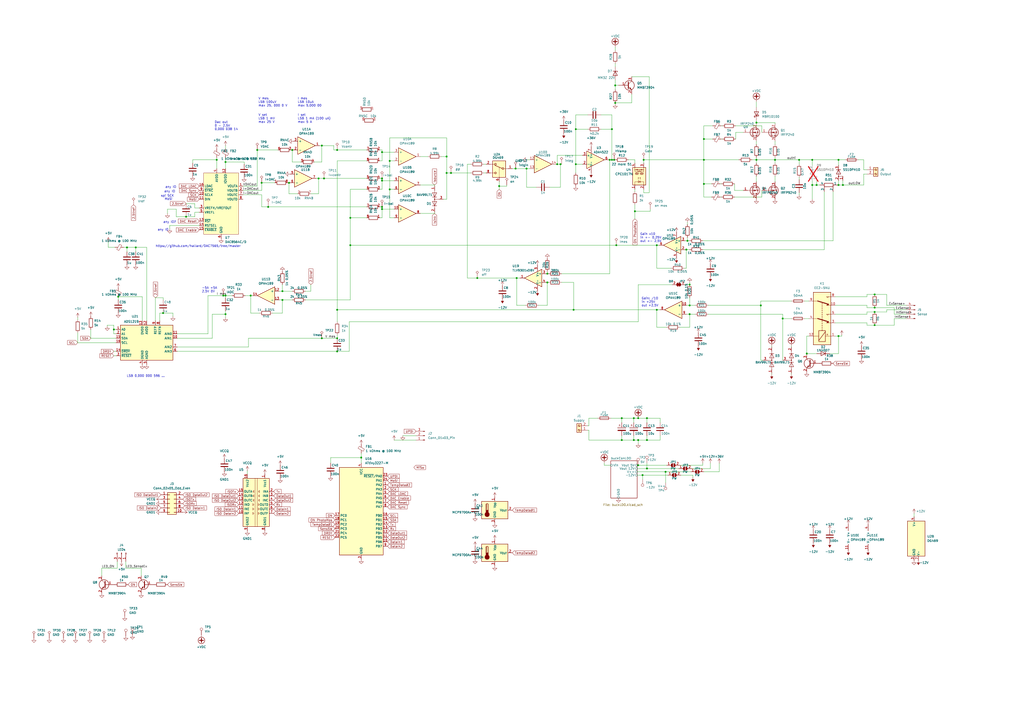
<source format=kicad_sch>
(kicad_sch (version 20231120) (generator "eeschema") (generator_version "8.0")
  (paper "A2")
  (title_block (title "PSLoad") (company "Jannik Schreiber"))
  (junction (at 195.58 196.215))
  (junction (at 463.55 92.71))
  (junction (at 209.55 265.43))
  (junction (at 323.215 95.25))
  (junction (at 398.78 139.7))
  (junction (at 408.305 92.71))
  (junction (at 261.62 100.33))
  (junction (at 354.965 74.93))
  (junction (at 195.58 86.995))
  (junction (at 473.71 107.315))
  (junction (at 398.145 144.78))
  (junction (at 259.08 90.805))
  (junction (at 129.54 171.45))
  (junction (at 221.615 120.015))
  (junction (at 78.74 143.51))
  (junction (at 507.365 170.815))
  (junction (at 356.235 92.71))
  (junction (at 356.87 49.53))
  (junction (at 184.785 103.505))
  (junction (at 186.69 84.455))
  (junction (at 454.025 184.785))
  (junction (at 186.69 196.215))
  (junction (at 226.06 93.345))
  (junction (at 195.58 179.705))
  (junction (at 400.05 165.1))
  (junction (at 486.41 194.945))
  (junction (at 299.085 97.79))
  (junction (at 370.205 255.27))
  (junction (at 317.5 163.83))
  (junction (at 386.08 273.685))
  (junction (at 367.665 242.57))
  (junction (at 408.305 106.68))
  (junction (at 94.615 181.61))
  (junction (at 130.81 182.245))
  (junction (at 467.995 205.105))
  (junction (at 486.41 92.71))
  (junction (at 449.58 92.71))
  (junction (at 107.95 125.73))
  (junction (at 203.2 126.365))
  (junction (at 73.66 143.51))
  (junction (at 151.765 106.045))
  (junction (at 289.56 107.95))
  (junction (at 226.06 109.855))
  (junction (at 299.72 161.29))
  (junction (at 408.305 80.645))
  (junction (at 375.285 242.57))
  (junction (at 381 179.705))
  (junction (at 438.785 71.12))
  (junction (at 441.325 177.165))
  (junction (at 163.83 173.99))
  (junction (at 334.01 74.93))
  (junction (at 167.64 106.045))
  (junction (at 130.81 93.98))
  (junction (at 276.86 161.29))
  (junction (at 145.415 171.45))
  (junction (at 195.58 203.835))
  (junction (at 373.38 92.71))
  (junction (at 367.665 255.27))
  (junction (at 507.365 188.595))
  (junction (at 259.08 100.33))
  (junction (at 187.96 103.505))
  (junction (at 368.3 122.555))
  (junction (at 203.2 142.24))
  (junction (at 360.68 242.57))
  (junction (at 357.505 142.24))
  (junction (at 372.745 275.59))
  (junction (at 221.615 104.775))
  (junction (at 66.04 191.135))
  (junction (at 370.205 242.57))
  (junction (at 400.05 177.165))
  (junction (at 471.17 107.315))
  (junction (at 507.365 180.975))
  (junction (at 305.435 97.79))
  (junction (at 356.87 59.69))
  (junction (at 360.68 255.27))
  (junction (at 353.695 92.71))
  (junction (at 438.785 92.71))
  (junction (at 334.01 95.25))
  (junction (at 375.285 255.27))
  (junction (at 507.365 178.435))
  (junction (at 68.58 172.085))
  (junction (at 155.575 120.015))
  (junction (at 471.17 92.71))
  (junction (at 169.545 86.995))
  (junction (at 221.615 88.265))
  (junction (at 221.615 103.505))
  (junction (at 375.285 271.78))
  (junction (at 488.95 107.315))
  (junction (at 149.225 86.995))
  (junction (at 381 142.24))
  (junction (at 221.615 121.285))
  (junction (at 400.05 182.245))
  (junction (at 325.12 95.25))
  (junction (at 370.205 269.875))
  (junction (at 332.74 179.705))
  (junction (at 317.5 158.75))
  (junction (at 125.73 92.71))
  (junction (at 486.41 107.315))
  (junction (at 130.81 171.45))
  (junction (at 163.83 168.91))
  (junction (at 354.965 92.71))
  (wire (pts (xy 273.05 95.25) (xy 271.145 95.25)))
  (wire (pts (xy 151.765 110.49) (xy 140.97 110.49)))
  (wire (pts (xy 294.005 107.95) (xy 289.56 107.95)))
  (wire (pts (xy 52.705 191.135) (xy 52.705 196.215)))
  (wire (pts (xy 243.84 107.315) (xy 252.095 107.315)))
  (wire (pts (xy 412.75 106.68) (xy 408.305 106.68)))
  (wire (pts (xy 183.515 103.505) (xy 184.785 103.505)))
  (wire (pts (xy 243.84 90.805) (xy 248.285 90.805)))
  (wire (pts (xy 394.335 189.865) (xy 400.05 189.865)))
  (wire (pts (xy 438.785 102.235) (xy 438.785 105.41)))
  (wire (pts (xy 184.785 112.395) (xy 184.785 103.505)))
  (wire (pts (xy 151.765 113.03) (xy 140.97 113.03)))
  (wire (pts (xy 130.81 182.245) (xy 130.81 184.15)))
  (wire (pts (xy 149.225 107.95) (xy 140.97 107.95)))
  (wire (pts (xy 466.725 174.625) (xy 469.265 174.625)))
  (wire (pts (xy 348.615 74.93) (xy 354.965 74.93)))
  (wire (pts (xy 221.615 103.505) (xy 221.615 104.775)))
  (wire (pts (xy 149.225 86.995) (xy 149.225 107.95)))
  (wire (pts (xy 400.05 182.245) (xy 398.145 182.245)))
  (wire (pts (xy 401.955 275.59) (xy 401.955 276.86)))
  (wire (pts (xy 161.925 168.91) (xy 163.83 168.91)))
  (wire (pts (xy 381 179.705) (xy 382.905 179.705)))
  (wire (pts (xy 67.945 329.565) (xy 59.055 329.565)))
  (wire (pts (xy 221.615 121.285) (xy 221.615 126.365)))
  (wire (pts (xy 289.56 107.95) (xy 289.56 109.855)))
  (wire (pts (xy 353.695 92.71) (xy 353.06 92.71)))
  (wire (pts (xy 325.755 158.75) (xy 353.695 158.75)))
  (wire (pts (xy 317.5 177.165) (xy 317.5 163.83)))
  (wire (pts (xy 113.03 120.65) (xy 115.57 120.65)))
  (wire (pts (xy 209.55 265.43) (xy 209.55 268.605)))
  (wire (pts (xy 486.41 205.105) (xy 486.41 194.945)))
  (wire (pts (xy 501.015 100.965) (xy 502.92 100.965)))
  (wire (pts (xy 177.165 173.99) (xy 203.2 173.99)))
  (wire (pts (xy 376.555 44.45) (xy 376.555 111.76)))
  (wire (pts (xy 130.81 180.34) (xy 130.81 182.245)))
  (wire (pts (xy 221.615 104.775) (xy 221.615 109.855)))
  (wire (pts (xy 467.995 205.74) (xy 467.995 205.105)))
  (wire (pts (xy 466.725 184.785) (xy 469.265 184.785)))
  (wire (pts (xy 408.305 114.3) (xy 408.305 106.68)))
  (wire (pts (xy 334.01 74.93) (xy 334.01 95.25)))
  (wire (pts (xy 130.81 93.98) (xy 130.81 97.79)))
  (wire (pts (xy 370.205 242.57) (xy 375.285 242.57)))
  (wire (pts (xy 149.225 86.995) (xy 161.29 86.995)))
  (wire (pts (xy 191.77 265.43) (xy 209.55 265.43)))
  (wire (pts (xy 353.695 158.75) (xy 353.695 92.71)))
  (wire (pts (xy 52.705 196.215) (xy 67.31 196.215)))
  (wire (pts (xy 316.865 163.83) (xy 317.5 163.83)))
  (wire (pts (xy 145.415 171.45) (xy 146.685 171.45)))
  (wire (pts (xy 90.17 172.72) (xy 90.17 186.055)))
  (wire (pts (xy 73.66 143.51) (xy 73.66 146.05)))
  (wire (pts (xy 129.54 171.45) (xy 130.81 171.45)))
  (wire (pts (xy 377.19 121.285) (xy 377.19 122.555)))
  (wire (pts (xy 467.995 205.105) (xy 467.995 194.945)))
  (wire (pts (xy 202.565 186.69) (xy 370.205 186.69)))
  (wire (pts (xy 449.58 81.915) (xy 449.58 83.82)))
  (wire (pts (xy 174.625 93.98) (xy 169.545 93.98)))
  (wire (pts (xy 386.08 273.685) (xy 400.685 273.685)))
  (wire (pts (xy 113.03 125.73) (xy 113.03 123.19)))
  (wire (pts (xy 369.57 273.685) (xy 386.08 273.685)))
  (wire (pts (xy 488.95 107.315) (xy 501.015 107.315)))
  (wire (pts (xy 483.235 111.125) (xy 483.235 139.7)))
  (wire (pts (xy 169.545 93.98) (xy 169.545 86.995)))
  (wire (pts (xy 59.055 329.565) (xy 59.055 334.01)))
  (wire (pts (xy 403.225 177.165) (xy 400.05 177.165)))
  (wire (pts (xy 220.345 103.505) (xy 221.615 103.505)))
  (wire (pts (xy 226.06 109.855) (xy 228.6 109.855)))
  (wire (pts (xy 221.615 104.775) (xy 228.6 104.775)))
  (wire (pts (xy 373.38 92.71) (xy 408.305 92.71)))
  (wire (pts (xy 67.945 325.755) (xy 67.945 329.565)))
  (wire (pts (xy 306.07 92.71) (xy 307.34 92.71)))
  (wire (pts (xy 488.95 104.775) (xy 488.95 107.315)))
  (wire (pts (xy 447.675 200.66) (xy 447.675 201.295)))
  (wire (pts (xy 438.785 71.12) (xy 438.785 71.755)))
  (wire (pts (xy 312.42 177.165) (xy 317.5 177.165)))
  (wire (pts (xy 369.57 275.59) (xy 372.745 275.59)))
  (wire (pts (xy 144.145 196.215) (xy 186.69 196.215)))
  (wire (pts (xy 502.92 188.595) (xy 507.365 188.595)))
  (wire (pts (xy 368.3 109.855) (xy 368.3 111.125)))
  (wire (pts (xy 169.545 86.995) (xy 170.18 86.995)))
  (wire (pts (xy 169.545 86.995) (xy 168.91 86.995)))
  (wire (pts (xy 62.865 143.51) (xy 66.675 143.51)))
  (wire (pts (xy 417.195 268.605) (xy 417.195 273.685)))
  (wire (pts (xy 94.615 172.72) (xy 94.615 173.99)))
  (wire (pts (xy 102.235 121.285) (xy 102.235 125.73)))
  (wire (pts (xy 356.87 59.69) (xy 356.87 60.325)))
  (wire (pts (xy 155.575 120.015) (xy 212.725 120.015)))
  (wire (pts (xy 151.765 106.045) (xy 159.385 106.045)))
  (wire (pts (xy 484.505 187.325) (xy 502.92 187.325)))
  (wire (pts (xy 473.71 107.315) (xy 475.615 107.315)))
  (wire (pts (xy 85.09 143.51) (xy 78.74 143.51)))
  (wire (pts (xy 514.35 170.815) (xy 507.365 170.815)))
  (wire (pts (xy 98.425 132.715) (xy 98.425 130.81)))
  (wire (pts (xy 485.775 107.315) (xy 486.41 107.315)))
  (wire (pts (xy 145.415 181.61) (xy 145.415 171.45)))
  (wire (pts (xy 167.005 106.045) (xy 167.64 106.045)))
  (wire (pts (xy 66.04 188.595) (xy 66.04 191.135)))
  (wire (pts (xy 220.345 86.995) (xy 221.615 86.995)))
  (wire (pts (xy 151.765 120.015) (xy 155.575 120.015)))
  (wire (pts (xy 356.87 49.53) (xy 356.87 52.07)))
  (wire (pts (xy 400.05 172.72) (xy 400.05 177.165)))
  (wire (pts (xy 377.19 122.555) (xy 368.3 122.555)))
  (wire (pts (xy 449.58 91.44) (xy 449.58 92.71)))
  (wire (pts (xy 261.62 100.33) (xy 273.05 100.33)))
  (wire (pts (xy 341.63 255.27) (xy 341.63 249.555)))
  (wire (pts (xy 299.085 97.79) (xy 305.435 97.79)))
  (wire (pts (xy 142.24 171.45) (xy 145.415 171.45)))
  (wire (pts (xy 228.6 255.27) (xy 241.3 255.27)))
  (wire (pts (xy 187.96 103.505) (xy 212.725 103.505)))
  (wire (pts (xy 486.41 107.315) (xy 488.95 107.315)))
  (wire (pts (xy 97.155 121.285) (xy 102.235 121.285)))
  (wire (pts (xy 369.57 271.78) (xy 375.285 271.78)))
  (wire (pts (xy 403.225 182.245) (xy 400.05 182.245)))
  (wire (pts (xy 120.65 171.45) (xy 129.54 171.45)))
  (wire (pts (xy 62.865 140.335) (xy 62.865 143.51)))
  (wire (pts (xy 113.03 118.11) (xy 113.03 120.65)))
  (wire (pts (xy 369.57 269.875) (xy 370.205 269.875)))
  (wire (pts (xy 441.96 73.025) (xy 441.96 76.835)))
  (wire (pts (xy 151.765 120.015) (xy 151.765 113.03)))
  (wire (pts (xy 325.12 108.585) (xy 325.12 95.25)))
  (wire (pts (xy 195.58 196.215) (xy 195.58 194.31)))
  (wire (pts (xy 186.69 84.455) (xy 193.675 84.455)))
  (wire (pts (xy 398.78 139.7) (xy 398.78 137.795)))
  (wire (pts (xy 366.395 59.69) (xy 356.87 59.69)))
  (wire (pts (xy 372.745 275.59) (xy 387.35 275.59)))
  (wire (pts (xy 325.12 95.25) (xy 323.215 95.25)))
  (wire (pts (xy 334.01 66.675) (xy 334.01 74.93)))
  (wire (pts (xy 82.55 186.055) (xy 82.55 172.085)))
  (wire (pts (xy 271.145 161.29) (xy 276.86 161.29)))
  (wire (pts (xy 304.8 177.165) (xy 299.72 177.165)))
  (wire (pts (xy 488.315 194.945) (xy 486.41 194.945)))
  (wire (pts (xy 255.905 90.805) (xy 259.08 90.805)))
  (wire (pts (xy 473.71 104.775) (xy 473.71 107.315)))
  (wire (pts (xy 209.55 262.89) (xy 209.55 265.43)))
  (wire (pts (xy 449.58 71.755) (xy 449.58 71.12)))
  (wire (pts (xy 375.285 242.57) (xy 382.905 242.57)))
  (wire (pts (xy 368.3 92.71) (xy 364.49 92.71)))
  (wire (pts (xy 502.92 98.425) (xy 501.015 98.425)))
  (wire (pts (xy 226.06 93.345) (xy 228.6 93.345)))
  (wire (pts (xy 354.965 92.71) (xy 353.695 92.71)))
  (wire (pts (xy 486.41 92.71) (xy 486.41 95.885)))
  (wire (pts (xy 481.33 205.105) (xy 486.41 205.105)))
  (wire (pts (xy 111.76 94.615) (xy 111.76 92.71)))
  (wire (pts (xy 252.095 123.825) (xy 252.095 123.19)))
  (wire (pts (xy 354.965 74.93) (xy 354.965 92.71)))
  (wire (pts (xy 382.905 252.73) (xy 382.905 255.27)))
  (wire (pts (xy 195.58 179.705) (xy 332.74 179.705)))
  (wire (pts (xy 441.325 208.915) (xy 442.595 208.915)))
  (wire (pts (xy 92.71 186.055) (xy 92.71 181.61)))
  (wire (pts (xy 317.5 157.48) (xy 317.5 158.75)))
  (wire (pts (xy 502.92 180.975) (xy 507.365 180.975)))
  (wire (pts (xy 396.875 155.575) (xy 398.145 155.575)))
  (wire (pts (xy 426.085 110.49) (xy 426.085 106.68)))
  (wire (pts (xy 407.67 269.875) (xy 394.335 269.875)))
  (wire (pts (xy 341.63 249.555) (xy 340.995 249.555)))
  (wire (pts (xy 233.68 252.73) (xy 241.3 252.73)))
  (wire (pts (xy 289.56 105.41) (xy 289.56 107.95)))
  (wire (pts (xy 454.025 184.785) (xy 454.025 208.915)))
  (wire (pts (xy 502.92 178.435) (xy 502.92 177.165)))
  (wire (pts (xy 67.31 198.755) (xy 45.085 198.755)))
  (wire (pts (xy 85.09 143.51) (xy 85.09 186.055)))
  (wire (pts (xy 186.69 93.98) (xy 186.69 84.455)))
  (wire (pts (xy 447.675 216.535) (xy 447.675 217.17)))
  (wire (pts (xy 356.235 92.71) (xy 356.87 92.71)))
  (wire (pts (xy 360.68 245.11) (xy 360.68 242.57)))
  (wire (pts (xy 220.345 109.855) (xy 221.615 109.855)))
  (wire (pts (xy 141.605 93.98) (xy 130.81 93.98)))
  (wire (pts (xy 400.05 177.165) (xy 398.145 177.165)))
  (wire (pts (xy 81.915 329.565) (xy 81.915 334.01)))
  (wire (pts (xy 502.92 188.595) (xy 502.92 187.325)))
  (wire (pts (xy 102.87 193.675) (xy 120.65 193.675)))
  (wire (pts (xy 297.18 97.79) (xy 299.085 97.79)))
  (wire (pts (xy 67.31 206.375) (xy 66.04 206.375)))
  (wire (pts (xy 368.3 94.615) (xy 368.3 92.71)))
  (wire (pts (xy 454.025 182.245) (xy 454.025 184.785)))
  (wire (pts (xy 398.145 144.78) (xy 398.145 155.575)))
  (wire (pts (xy 441.96 110.49) (xy 441.96 114.3)))
  (wire (pts (xy 463.55 104.14) (xy 463.55 102.87)))
  (wire (pts (xy 317.5 163.83) (xy 318.135 163.83)))
  (wire (pts (xy 381 142.24) (xy 381 155.575)))
  (wire (pts (xy 195.58 186.69) (xy 195.58 179.705)))
  (wire (pts (xy 73.025 325.755) (xy 73.025 329.565)))
  (wire (pts (xy 417.195 273.685) (xy 408.305 273.685)))
  (wire (pts (xy 78.74 143.51) (xy 73.66 143.51)))
  (wire (pts (xy 332.74 163.83) (xy 332.74 179.705)))
  (wire (pts (xy 375.285 271.78) (xy 393.7 271.78)))
  (wire (pts (xy 401.32 271.78) (xy 412.115 271.78)))
  (wire (pts (xy 163.83 173.99) (xy 169.545 173.99)))
  (wire (pts (xy 514.35 177.165) (xy 514.35 170.815)))
  (wire (pts (xy 397.51 139.7) (xy 398.78 139.7)))
  (wire (pts (xy 502.92 170.815) (xy 502.92 172.085)))
  (wire (pts (xy 193.675 84.455) (xy 193.675 86.995)))
  (wire (pts (xy 177.165 168.91) (xy 180.34 168.91)))
  (wire (pts (xy 325.755 163.83) (xy 332.74 163.83)))
  (wire (pts (xy 120.65 193.675) (xy 120.65 171.45)))
  (wire (pts (xy 438.785 81.915) (xy 438.785 83.82)))
  (wire (pts (xy 459.105 216.535) (xy 459.105 217.17)))
  (wire (pts (xy 191.77 268.605) (xy 191.77 265.43)))
  (wire (pts (xy 195.58 179.705) (xy 195.58 93.345)))
  (wire (pts (xy 398.78 128.905) (xy 398.78 130.175)))
  (wire (pts (xy 125.73 91.44) (xy 125.73 92.71)))
  (wire (pts (xy 180.34 165.1) (xy 180.34 168.91)))
  (wire (pts (xy 195.58 86.995) (xy 212.725 86.995)))
  (wire (pts (xy 341.63 255.27) (xy 360.68 255.27)))
  (wire (pts (xy 350.52 268.605) (xy 350.52 269.875)))
  (wire (pts (xy 436.245 92.71) (xy 438.785 92.71)))
  (wire (pts (xy 530.225 297.815) (xy 530.225 299.72)))
  (wire (pts (xy 413.385 80.645) (xy 408.305 80.645)))
  (wire (pts (xy 186.69 196.215) (xy 195.58 196.215)))
  (wire (pts (xy 259.08 100.33) (xy 261.62 100.33)))
  (wire (pts (xy 471.17 104.775) (xy 471.17 107.315)))
  (wire (pts (xy 143.51 274.955) (xy 143.51 273.05)))
  (wire (pts (xy 195.58 93.345) (xy 212.725 93.345)))
  (wire (pts (xy 471.17 107.315) (xy 471.17 115.57)))
  (wire (pts (xy 102.87 196.215) (xy 123.19 196.215)))
  (wire (pts (xy 66.04 193.675) (xy 66.04 191.135)))
  (wire (pts (xy 163.83 168.91) (xy 169.545 168.91)))
  (wire (pts (xy 397.51 165.1) (xy 400.05 165.1)))
  (wire (pts (xy 376.555 111.76) (xy 373.38 111.76)))
  (wire (pts (xy 502.92 178.435) (xy 507.365 178.435)))
  (wire (pts (xy 259.08 90.805) (xy 259.08 100.33)))
  (wire (pts (xy 501.015 107.315) (xy 501.015 100.965)))
  (wire (pts (xy 471.17 92.71) (xy 486.41 92.71)))
  (wire (pts (xy 525.78 177.165) (xy 514.35 177.165)))
  (wire (pts (xy 325.12 95.25) (xy 325.755 95.25)))
  (wire (pts (xy 484.505 182.245) (xy 502.92 182.245)))
  (wire (pts (xy 370.205 255.27) (xy 375.285 255.27)))
  (wire (pts (xy 367.665 242.57) (xy 367.665 245.11)))
  (wire (pts (xy 484.505 172.085) (xy 502.92 172.085)))
  (wire (pts (xy 202.565 203.835) (xy 202.565 186.69)))
  (wire (pts (xy 518.795 184.785) (xy 518.795 188.595)))
  (wire (pts (xy 348.615 66.675) (xy 354.965 66.675)))
  (wire (pts (xy 417.83 106.68) (xy 418.465 106.68)))
  (wire (pts (xy 407.67 144.78) (xy 478.155 144.78)))
  (wire (pts (xy 449.58 102.235) (xy 449.58 105.41)))
  (wire (pts (xy 316.865 158.75) (xy 317.5 158.75)))
  (wire (pts (xy 367.665 242.57) (xy 370.205 242.57)))
  (wire (pts (xy 203.2 126.365) (xy 203.2 109.855)))
  (wire (pts (xy 318.77 108.585) (xy 325.12 108.585)))
  (wire (pts (xy 366.395 44.45) (xy 376.555 44.45)))
  (wire (pts (xy 220.345 93.345) (xy 221.615 93.345)))
  (wire (pts (xy 412.115 271.78) (xy 412.115 268.605)))
  (wire (pts (xy 373.38 94.615) (xy 373.38 92.71)))
  (wire (pts (xy 62.23 189.23) (xy 62.23 188.595)))
  (wire (pts (xy 417.83 114.3) (xy 418.465 114.3)))
  (wire (pts (xy 375.285 242.57) (xy 375.285 245.11)))
  (wire (pts (xy 337.82 90.17) (xy 323.215 90.17)))
  (wire (pts (xy 463.55 113.03) (xy 463.55 111.76)))
  (wire (pts (xy 418.465 80.645) (xy 419.1 80.645)))
  (wire (pts (xy 375.285 268.605) (xy 375.285 271.78)))
  (wire (pts (xy 163.83 181.61) (xy 163.83 173.99)))
  (wire (pts (xy 398.145 144.78) (xy 400.05 144.78)))
  (wire (pts (xy 354.33 242.57) (xy 360.68 242.57)))
  (wire (pts (xy 193.675 86.995) (xy 195.58 86.995)))
  (wire (pts (xy 62.23 188.595) (xy 66.04 188.595)))
  (wire (pts (xy 78.74 146.05) (xy 78.74 143.51)))
  (wire (pts (xy 259.08 115.57) (xy 257.175 115.57)))
  (wire (pts (xy 488.315 194.31) (xy 488.315 194.945)))
  (wire (pts (xy 130.81 172.72) (xy 130.81 171.45)))
  (wire (pts (xy 203.2 109.855) (xy 212.725 109.855)))
  (wire (pts (xy 203.2 173.99) (xy 203.2 142.24)))
  (wire (pts (xy 438.785 69.85) (xy 438.785 71.12)))
  (wire (pts (xy 438.785 92.71) (xy 438.785 94.615)))
  (wire (pts (xy 400.05 163.83) (xy 400.05 165.1)))
  (wire (pts (xy 98.425 130.81) (xy 115.57 130.81)))
  (wire (pts (xy 155.575 119.38) (xy 155.575 120.015)))
  (wire (pts (xy 471.17 92.71) (xy 471.17 95.885)))
  (wire (pts (xy 130.81 171.45) (xy 134.62 171.45)))
  (wire (pts (xy 130.81 91.44) (xy 130.81 93.98)))
  (wire (pts (xy 525.78 182.245) (xy 518.795 182.245)))
  (wire (pts (xy 271.145 95.25) (xy 271.145 161.29)))
  (wire (pts (xy 438.785 92.71) (xy 449.58 92.71)))
  (wire (pts (xy 125.73 92.71) (xy 125.73 97.79)))
  (wire (pts (xy 386.08 280.035) (xy 386.08 273.685)))
  (wire (pts (xy 370.205 165.1) (xy 389.89 165.1)))
  (wire (pts (xy 408.305 73.025) (xy 408.305 80.645)))
  (wire (pts (xy 373.38 111.76) (xy 373.38 109.855)))
  (wire (pts (xy 375.285 252.73) (xy 375.285 255.27)))
  (wire (pts (xy 366.395 54.61) (xy 366.395 59.69)))
  (wire (pts (xy 341.63 247.015) (xy 340.995 247.015)))
  (wire (pts (xy 67.31 193.675) (xy 66.04 193.675)))
  (wire (pts (xy 368.3 122.555) (xy 368.3 127)))
  (wire (pts (xy 370.205 255.27) (xy 367.665 255.27)))
  (wire (pts (xy 356.87 46.355) (xy 356.87 49.53)))
  (wire (pts (xy 123.19 182.245) (xy 130.81 182.245)))
  (wire (pts (xy 280.67 100.33) (xy 281.94 100.33)))
  (wire (pts (xy 501.015 92.71) (xy 497.84 92.71)))
  (wire (pts (xy 518.795 182.245) (xy 518.795 178.435)))
  (wire (pts (xy 467.995 194.945) (xy 469.265 194.945)))
  (wire (pts (xy 410.845 182.245) (xy 454.025 182.245)))
  (wire (pts (xy 449.58 92.71) (xy 463.55 92.71)))
  (wire (pts (xy 354.965 66.675) (xy 354.965 74.93)))
  (wire (pts (xy 431.165 76.835) (xy 426.72 76.835)))
  (wire (pts (xy 180.34 112.395) (xy 184.785 112.395)))
  (wire (pts (xy 150.495 181.61) (xy 145.415 181.61)))
  (wire (pts (xy 502.92 182.245) (xy 502.92 180.975)))
  (wire (pts (xy 340.995 66.675) (xy 334.01 66.675)))
  (wire (pts (xy 334.01 95.25) (xy 337.82 95.25)))
  (wire (pts (xy 386.715 189.865) (xy 381 189.865)))
  (wire (pts (xy 102.87 203.835) (xy 195.58 203.835)))
  (wire (pts (xy 113.03 123.19) (xy 115.57 123.19)))
  (wire (pts (xy 73.025 329.565) (xy 81.915 329.565)))
  (wire (pts (xy 382.905 242.57) (xy 382.905 245.11)))
  (wire (pts (xy 350.52 269.875) (xy 354.33 269.875)))
  (wire (pts (xy 340.995 74.93) (xy 334.01 74.93)))
  (wire (pts (xy 226.06 126.365) (xy 228.6 126.365)))
  (wire (pts (xy 167.64 106.045) (xy 168.275 106.045)))
  (wire (pts (xy 100.33 183.515) (xy 100.33 181.61)))
  (wire (pts (xy 311.15 108.585) (xy 305.435 108.585)))
  (wire (pts (xy 276.86 161.29) (xy 299.72 161.29)))
  (wire (pts (xy 334.01 95.25) (xy 334.01 100.33)))
  (wire (pts (xy 486.41 194.945) (xy 484.505 194.945)))
  (wire (pts (xy 102.87 201.295) (xy 144.145 201.295)))
  (wire (pts (xy 357.505 142.24) (xy 381 142.24)))
  (wire (pts (xy 167.64 112.395) (xy 172.72 112.395)))
  (wire (pts (xy 367.665 252.73) (xy 367.665 255.27)))
  (wire (pts (xy 66.04 191.135) (xy 67.31 191.135)))
  (wire (pts (xy 203.2 142.24) (xy 357.505 142.24)))
  (wire (pts (xy 141.605 95.25) (xy 141.605 93.98)))
  (wire (pts (xy 463.55 92.71) (xy 463.55 95.25)))
  (wire (pts (xy 367.665 255.27) (xy 360.68 255.27)))
  (wire (pts (xy 360.68 242.57) (xy 367.665 242.57)))
  (wire (pts (xy 372.745 278.13) (xy 372.745 275.59)))
  (wire (pts (xy 195.58 203.835) (xy 202.565 203.835)))
  (wire (pts (xy 463.55 92.71) (xy 471.17 92.71)))
  (wire (pts (xy 158.115 181.61) (xy 163.83 181.61)))
  (wire (pts (xy 92.71 181.61) (xy 94.615 181.61)))
  (wire (pts (xy 45.085 193.04) (xy 45.085 198.755)))
  (wire (pts (xy 71.755 143.51) (xy 73.66 143.51)))
  (wire (pts (xy 501.015 98.425) (xy 501.015 92.71)))
  (wire (pts (xy 221.615 120.015) (xy 221.615 121.285)))
  (wire (pts (xy 220.345 126.365) (xy 221.615 126.365)))
  (wire (pts (xy 305.435 97.79) (xy 307.34 97.79)))
  (wire (pts (xy 410.845 177.165) (xy 441.325 177.165)))
  (wire (pts (xy 370.205 255.27) (xy 370.205 257.175)))
  (wire (pts (xy 478.155 111.125) (xy 478.155 144.78)))
  (wire (pts (xy 259.08 80.01) (xy 259.08 90.805)))
  (wire (pts (xy 184.785 103.505) (xy 187.96 103.505)))
  (wire (pts (xy 317.5 158.75) (xy 318.135 158.75)))
  (wire (pts (xy 220.345 120.015) (xy 221.615 120.015)))
  (wire (pts (xy 486.41 104.775) (xy 486.41 107.315)))
  (wire (pts (xy 381 189.865) (xy 381 179.705)))
  (wire (pts (xy 341.63 242.57) (xy 346.71 242.57)))
  (wire (pts (xy 502.92 177.165) (xy 484.505 177.165)))
  (wire (pts (xy 226.06 80.01) (xy 259.08 80.01)))
  (wire (pts (xy 144.145 201.295) (xy 144.145 196.215)))
  (wire (pts (xy 68.58 172.085) (xy 68.58 173.99)))
  (wire (pts (xy 426.72 76.835) (xy 426.72 80.645)))
  (wire (pts (xy 341.63 247.015) (xy 341.63 242.57)))
  (wire (pts (xy 438.785 59.055) (xy 438.785 62.23)))
  (wire (pts (xy 243.84 123.825) (xy 252.095 123.825)))
  (wire (pts (xy 299.72 161.29) (xy 301.625 161.29)))
  (wire (pts (xy 252.095 107.315) (xy 252.095 107.95)))
  (wire (pts (xy 518.795 178.435) (xy 507.365 178.435)))
  (wire (pts (xy 507.365 170.815) (xy 502.92 170.815)))
  (wire (pts (xy 426.72 73.025) (xy 441.96 73.025)))
  (wire (pts (xy 486.41 92.71) (xy 490.22 92.71)))
  (wire (pts (xy 212.725 126.365) (xy 203.2 126.365)))
  (wire (pts (xy 438.785 91.44) (xy 438.785 92.71)))
  (wire (pts (xy 167.64 112.395) (xy 167.64 106.045)))
  (wire (pts (xy 354.965 92.71) (xy 356.235 92.71)))
  (wire (pts (xy 408.305 92.71) (xy 428.625 92.71)))
  (wire (pts (xy 294.005 107.315) (xy 294.005 107.95)))
  (wire (pts (xy 459.105 200.66) (xy 459.105 201.295)))
  (wire (pts (xy 45.085 185.42) (xy 45.085 184.15)))
  (wire (pts (xy 370.205 269.875) (xy 386.715 269.875)))
  (wire (pts (xy 360.68 252.73) (xy 360.68 255.27)))
  (wire (pts (xy 514.35 180.975) (xy 507.365 180.975)))
  (wire (pts (xy 525.78 184.785) (xy 518.795 184.785)))
  (wire (pts (xy 389.255 155.575) (xy 381 155.575)))
  (wire (pts (xy 226.06 80.01) (xy 226.06 93.345)))
  (wire (pts (xy 401.955 275.59) (xy 394.97 275.59)))
  (wire (pts (xy 400.05 189.865) (xy 400.05 182.245)))
  (wire (pts (xy 412.75 114.3) (xy 408.305 114.3)))
  (wire (pts (xy 356.87 36.83) (xy 356.87 38.735)))
  (wire (pts (xy 299.72 177.165) (xy 299.72 161.29)))
  (wire (pts (xy 407.67 139.7) (xy 483.235 139.7)))
  (wire (pts (xy 518.795 188.595) (xy 507.365 188.595)))
  (wire (pts (xy 82.55 172.085) (xy 68.58 172.085)))
  (wire (pts (xy 102.235 125.73) (xy 107.95 125.73)))
  (wire (pts (xy 408.305 80.645) (xy 408.305 92.71)))
  (wire (pts (xy 226.06 109.855) (xy 226.06 126.365)))
  (wire (pts (xy 441.325 177.165) (xy 441.325 208.915)))
  (wire (pts (xy 67.31 203.835) (xy 66.04 203.835)))
  (wire (pts (xy 226.06 93.345) (xy 226.06 109.855)))
  (wire (pts (xy 221.615 88.265) (xy 228.6 88.265)))
  (wire (pts (xy 467.995 205.105) (xy 473.71 205.105)))
  (wire (pts (xy 221.615 88.265) (xy 221.615 93.345)))
  (wire (pts (xy 426.085 114.3) (xy 441.96 114.3)))
  (wire (pts (xy 418.465 73.025) (xy 419.1 73.025)))
  (wire (pts (xy 259.08 100.33) (xy 259.08 115.57)))
  (wire (pts (xy 441.325 174.625) (xy 459.105 174.625)))
  (wire (pts (xy 161.925 173.99) (xy 163.83 173.99)))
  (wire (pts (xy 514.35 179.705) (xy 514.35 180.975)))
  (wire (pts (xy 525.78 179.705) (xy 514.35 179.705)))
  (wire (pts (xy 281.94 95.25) (xy 280.67 95.25)))
  (wire (pts (xy 332.74 179.705) (xy 381 179.705)))
  (wire (pts (xy 203.2 142.24) (xy 203.2 126.365)))
  (wire (pts (xy 454.025 184.785) (xy 459.105 184.785)))
  (wire (pts (xy 398.78 139.7) (xy 400.05 139.7)))
  (wire (pts (xy 111.76 92.71) (xy 125.73 92.71)))
  (wire (pts (xy 221.615 86.995) (xy 221.615 88.265)))
  (wire (pts (xy 221.615 121.285) (xy 228.6 121.285)))
  (wire (pts (xy 471.17 107.315) (xy 473.71 107.315)))
  (wire (pts (xy 382.905 255.27) (xy 375.285 255.27)))
  (wire (pts (xy 441.325 174.625) (xy 441.325 177.165)))
  (wire (pts (xy 107.95 125.73) (xy 113.03 125.73)))
  (wire (pts (xy 123.19 196.215) (xy 123.19 182.245)))
  (wire (pts (xy 323.215 90.17) (xy 323.215 95.25)))
  (wire (pts (xy 163.83 168.91) (xy 163.83 165.1)))
  (wire (pts (xy 182.245 93.98) (xy 186.69 93.98)))
  (wire (pts (xy 97.155 123.825) (xy 97.155 121.285)))
  (wire (pts (xy 370.205 186.69) (xy 370.205 165.1)))
  (wire (pts (xy 407.67 268.605) (xy 407.67 269.875)))
  (wire (pts (xy 438.785 71.12) (xy 449.58 71.12)))
  (wire (pts (xy 431.165 110.49) (xy 426.085 110.49)))
  (wire (pts (xy 356.87 27.305) (xy 356.87 29.21)))
  (wire (pts (xy 408.305 92.71) (xy 408.305 106.68)))
  (wire (pts (xy 100.33 181.61) (xy 94.615 181.61)))
  (wire (pts (xy 107.95 118.11) (xy 113.03 118.11)))
  (wire (pts (xy 151.765 106.045) (xy 151.765 110.49)))
  (wire (pts (xy 413.385 73.025) (xy 408.305 73.025)))
  (wire (pts (xy 368.3 118.745) (xy 368.3 122.555)))
  (wire (pts (xy 381 142.24) (xy 382.27 142.24)))
  (wire (pts (xy 186.69 84.455) (xy 185.42 84.455)))
  (wire (pts (xy 305.435 108.585) (xy 305.435 97.79)))
  (wire (pts (xy 90.17 172.72) (xy 94.615 172.72)))
  (wire (pts (xy 323.215 95.25) (xy 322.58 95.25)))
  (wire (pts (xy 356.87 49.53) (xy 358.775 49.53)))
  (wire (pts (xy 397.51 144.78) (xy 398.145 144.78)))
  (wire (pts (xy 449.58 92.71) (xy 449.58 94.615)))
  (wire (pts (xy 130.81 84.455) (xy 130.81 86.36)))
  (text "https://github.com/hallard/DAC7565/tree/master" (at 114.935 142.875 0) (effects (font (size 1.27 1.27))))
  (text "any IO" (at 98.425 111.125 0) (effects (font (size 1.27 1.27))))
  (text "Dac out \n0 - 2,5V\n0,000 038 14" (at 124.46 73.025 0) (effects (font (size 1.27 1.27)) (justify left)))
  (text "LSB 0,000 000 596 ..." (at 84.582 218.186 0) (effects (font (size 1.27 1.27))))
  (text "spi SCK" (at 97.155 113.665 0) (effects (font (size 1.27 1.27))))
  (text "any IO" (at 94.615 133.35 0) (effects (font (size 1.27 1.27))))
  (text "any IO?\n" (at 98.425 128.905 0) (effects (font (size 1.27 1.27))))
  (text "Gain: /10\nin +25V\nout +2,5V" (at 372.11 175.26 0) (effects (font (size 1.27 1.27)) (justify left)))
  (text "MoSi" (at 97.79 115.57 0) (effects (font (size 1.27 1.27))))
  (text "-5A +5A\n2,5V 0V" (at 117.094 168.148 0) (effects (font (size 1.27 1.27)) (justify left)))
  (text "V mes \nLSB 100uV\nmax 25, 000 0 V" (at 149.86 59.309 0) (effects (font (size 1.27 1.27)) (justify left)))
  (text "V set\nLSB 1 mV\nmax 25 V" (at 149.86 68.834 0) (effects (font (size 1.27 1.27)) (justify left)))
  (text "Gain x10\nin +- 0,25V\nout +- 2,5V" (at 371.348 137.922 0) (effects (font (size 1.27 1.27)) (justify left)))
  (text "I mes\nLSB 10uA\nmax 5,000 00" (at 172.72 59.309 0) (effects (font (size 1.27 1.27)) (justify left)))
  (text "any IO" (at 99.06 108.585 0) (effects (font (size 1.27 1.27))))
  (text "I set\nLSB 1 mA (100 uA)\nmax 5 A" (at 172.72 68.834 0) (effects (font (size 1.27 1.27)) (justify left)))
  (label "LED_ON" (at 59.055 329.565 0))
  (label "IntSense+" (at 519.43 182.245 0))
  (label "VDACout" (at 140.97 107.95 0))
  (label "V mes" (at 188.595 196.215 0))
  (label "outLOW" (at 492.125 107.315 0))
  (label "outHi" (at 456.565 92.71 0))
  (label "I mes" (at 125.73 171.45 0))
  (label "I-DACout" (at 140.97 113.03 0))
  (label "ExSense-" (at 519.43 179.705 0))
  (label "IntSense-" (at 518.795 184.785 0))
  (label "I+DACout" (at 140.97 110.49 0))
  (label "LED_SenseEx" (at 73.025 329.565 0))
  (label "ExSense+" (at 515.62 177.165 0))
  (global_label "ON PhotoMos" (shape input) (at 368.3 127 270) (property "Intersheetrefs" "${INTERSHEET_REFS}" (effects (hide yes))))
  (global_label "ISO DataIn1" (shape input) (at 106.045 294.64 0) (property "Intersheetrefs" "${INTERSHEET_REFS}" (effects (hide yes))))
  (global_label "SCK" (shape input) (at 224.79 283.845 0) (property "Intersheetrefs" "${INTERSHEET_REFS}" (effects (hide yes))))
  (global_label "SensSW" (shape input) (at 97.155 339.09 0) (property "Intersheetrefs" "${INTERSHEET_REFS}" (effects (hide yes))))
  (global_label "ISOTx" (shape input) (at 106.045 289.56 0) (property "Intersheetrefs" "${INTERSHEET_REFS}" (effects (hide yes))))
  (global_label "DAC Sync" (shape input) (at 224.79 294.005 0) (property "Intersheetrefs" "${INTERSHEET_REFS}" (effects (hide yes))))
  (global_label "ON" (shape input) (at 289.56 109.855 270) (property "Intersheetrefs" "${INTERSHEET_REFS}" (effects (hide yes))))
  (global_label "ISO DataIn2" (shape input) (at 93.345 294.64 180) (property "Intersheetrefs" "${INTERSHEET_REFS}" (effects (hide yes))))
  (global_label "ISO DataIn2" (shape input) (at 138.43 297.815 180) (property "Intersheetrefs" "${INTERSHEET_REFS}" (effects (hide yes))))
  (global_label "UPDI" (shape input) (at 241.3 250.19 180) (property "Intersheetrefs" "${INTERSHEET_REFS}" (effects (hide yes))))
  (global_label "ISORx" (shape input) (at 138.43 292.735 180) (property "Intersheetrefs" "${INTERSHEET_REFS}" (effects (hide yes))))
  (global_label "ISO DataOut2" (shape input) (at 138.43 290.195 180) (property "Intersheetrefs" "${INTERSHEET_REFS}" (effects (hide yes))))
  (global_label "2,5Vref" (shape input) (at 107.95 118.11 180) (property "Intersheetrefs" "${INTERSHEET_REFS}" (effects (hide yes))))
  (global_label "Isink" (shape input) (at 252.095 123.825 270) (property "Intersheetrefs" "${INTERSHEET_REFS}" (effects (hide yes))))
  (global_label "Tx" (shape input) (at 224.79 304.165 0) (property "Intersheetrefs" "${INTERSHEET_REFS}" (effects (hide yes))))
  (global_label "DataIn2" (shape input) (at 224.79 316.865 0) (property "Intersheetrefs" "${INTERSHEET_REFS}" (effects (hide yes))))
  (global_label "ON" (shape input) (at 74.295 339.09 0) (property "Intersheetrefs" "${INTERSHEET_REFS}" (effects (hide yes))))
  (global_label "DAC Enable" (shape input) (at 224.79 288.925 0) (property "Intersheetrefs" "${INTERSHEET_REFS}" (effects (hide yes))))
  (global_label "RESET" (shape input) (at 194.31 311.785 180) (property "Intersheetrefs" "${INTERSHEET_REFS}" (effects (hide yes))))
  (global_label "ISO DataOut1" (shape input) (at 93.345 287.02 180) (property "Intersheetrefs" "${INTERSHEET_REFS}" (effects (hide yes))))
  (global_label "DAC Reset" (shape input) (at 224.79 291.465 0) (property "Intersheetrefs" "${INTERSHEET_REFS}" (effects (hide yes))))
  (global_label "DataIn1" (shape input) (at 158.75 295.275 0) (property "Intersheetrefs" "${INTERSHEET_REFS}" (effects (hide yes))))
  (global_label "TempData#2" (shape input) (at 224.79 281.305 0) (property "Intersheetrefs" "${INTERSHEET_REFS}" (effects (hide yes))))
  (global_label "ISORx" (shape input) (at 106.045 292.1 0) (property "Intersheetrefs" "${INTERSHEET_REFS}" (effects (hide yes))))
  (global_label "ON PhotoMos" (shape input) (at 194.31 301.625 180) (property "Intersheetrefs" "${INTERSHEET_REFS}" (effects (hide yes))))
  (global_label "TempData#1" (shape input) (at 194.31 304.165 180) (property "Intersheetrefs" "${INTERSHEET_REFS}" (effects (hide yes))))
  (global_label "MoSi" (shape input) (at 224.79 278.765 0) (property "Intersheetrefs" "${INTERSHEET_REFS}" (effects (hide yes))))
  (global_label "SCL" (shape input) (at 45.085 198.755 180) (property "Intersheetrefs" "${INTERSHEET_REFS}" (effects (hide yes))))
  (global_label "Rx" (shape input) (at 158.75 292.735 0) (property "Intersheetrefs" "${INTERSHEET_REFS}" (effects (hide yes))))
  (global_label "2,5Vref" (shape input) (at 77.47 118.745 270) (property "Intersheetrefs" "${INTERSHEET_REFS}" (effects (hide yes))))
  (global_label "MoSi" (shape input) (at 115.57 115.57 180) (property "Intersheetrefs" "${INTERSHEET_REFS}" (effects (hide yes))))
  (global_label "DRDY" (shape input) (at 194.31 309.245 180) (property "Intersheetrefs" "${INTERSHEET_REFS}" (effects (hide yes))))
  (global_label "DataOut1" (shape input) (at 158.75 287.655 0) (property "Intersheetrefs" "${INTERSHEET_REFS}" (effects (hide yes))))
  (global_label "DAC Sync" (shape input) (at 115.57 110.49 180) (property "Intersheetrefs" "${INTERSHEET_REFS}" (effects (hide yes))))
  (global_label "2,5Vref" (shape input) (at 180.34 165.1 90) (property "Intersheetrefs" "${INTERSHEET_REFS}" (effects (hide yes))))
  (global_label "Rx" (shape input) (at 224.79 306.705 0) (property "Intersheetrefs" "${INTERSHEET_REFS}" (effects (hide yes))))
  (global_label "ON" (shape input) (at 194.31 299.085 180) (property "Intersheetrefs" "${INTERSHEET_REFS}" (effects (hide yes))))
  (global_label "Tx" (shape input) (at 158.75 285.115 0) (property "Intersheetrefs" "${INTERSHEET_REFS}" (effects (hide yes))))
  (global_label "TempData#1" (shape input) (at 297.18 295.91 0) (property "Intersheetrefs" "${INTERSHEET_REFS}" (effects (hide yes))))
  (global_label "ISOTx" (shape input) (at 138.43 285.115 180) (property "Intersheetrefs" "${INTERSHEET_REFS}" (effects (hide yes))))
  (global_label "DataOut1" (shape input) (at 224.79 309.245 0) (property "Intersheetrefs" "${INTERSHEET_REFS}" (effects (hide yes))))
  (global_label "TempData#2" (shape input) (at 297.18 320.675 0) (property "Intersheetrefs" "${INTERSHEET_REFS}" (effects (hide yes))))
  (global_label "SDA" (shape input) (at 224.79 301.625 0) (property "Intersheetrefs" "${INTERSHEET_REFS}" (effects (hide yes))))
  (global_label "SCK" (shape input) (at 115.57 113.03 180) (property "Intersheetrefs" "${INTERSHEET_REFS}" (effects (hide yes))))
  (global_label "Isource" (shape input) (at 252.095 107.315 90) (property "Intersheetrefs" "${INTERSHEET_REFS}" (effects (hide yes))))
  (global_label "SensSW" (shape input) (at 483.235 210.82 0) (property "Intersheetrefs" "${INTERSHEET_REFS}" (effects (hide yes))))
  (global_label "DAC Reset" (shape input) (at 115.57 128.27 180) (property "Intersheetrefs" "${INTERSHEET_REFS}" (effects (hide yes))))
  (global_label "ISO DataOut1" (shape input) (at 138.43 287.655 180) (property "Intersheetrefs" "${INTERSHEET_REFS}" (effects (hide yes))))
  (global_label "MiSo" (shape input) (at 240.03 271.145 0) (property "Intersheetrefs" "${INTERSHEET_REFS}" (effects (hide yes))))
  (global_label "UPDI" (shape input) (at 224.79 276.225 0) (property "Intersheetrefs" "${INTERSHEET_REFS}" (effects (hide yes))))
  (global_label "DataOut2" (shape input) (at 224.79 311.785 0) (property "Intersheetrefs" "${INTERSHEET_REFS}" (effects (hide yes))))
  (global_label "DataOut2" (shape input) (at 158.75 290.195 0) (property "Intersheetrefs" "${INTERSHEET_REFS}" (effects (hide yes))))
  (global_label "DataIn2" (shape input) (at 158.75 297.815 0) (property "Intersheetrefs" "${INTERSHEET_REFS}" (effects (hide yes))))
  (global_label "ISO DataIn1" (shape input) (at 138.43 295.275 180) (property "Intersheetrefs" "${INTERSHEET_REFS}" (effects (hide yes))))
  (global_label "SensSW" (shape input) (at 194.31 306.705 180) (property "Intersheetrefs" "${INTERSHEET_REFS}" (effects (hide yes))))
  (global_label "RESET" (shape input) (at 66.04 206.375 180) (property "Intersheetrefs" "${INTERSHEET_REFS}" (effects (hide yes))))
  (global_label "DAC LDAC" (shape input) (at 115.57 107.95 180) (property "Intersheetrefs" "${INTERSHEET_REFS}" (effects (hide yes))))
  (global_label "DAC LDAC" (shape input) (at 224.79 286.385 0) (property "Intersheetrefs" "${INTERSHEET_REFS}" (effects (hide yes))))
  (global_label "DAC Enable" (shape input) (at 115.57 133.35 180) (property "Intersheetrefs" "${INTERSHEET_REFS}" (effects (hide yes))))
  (global_label "DRDY" (shape input) (at 66.04 203.835 180) (property "Intersheetrefs" "${INTERSHEET_REFS}" (effects (hide yes))))
  (global_label "SDA" (shape input) (at 52.705 196.215 180) (property "Intersheetrefs" "${INTERSHEET_REFS}" (effects (hide yes))))
  (global_label "2,5Vref" (shape input) (at 90.17 172.72 90) (property "Intersheetrefs" "${INTERSHEET_REFS}" (effects (hide yes))))
  (global_label "ISO DataOut2" (shape input) (at 106.045 287.02 0) (property "Intersheetrefs" "${INTERSHEET_REFS}" (effects (hide yes))))
  (global_label "DataIn1" (shape input) (at 224.79 314.325 0) (property "Intersheetrefs" "${INTERSHEET_REFS}" (effects (hide yes))))
  (global_label "SCL" (shape input) (at 224.79 299.085 0) (property "Intersheetrefs" "${INTERSHEET_REFS}" (effects (hide yes))))
  (symbol (lib_id "power:+VDC") (at 370.205 242.57 0) (unit 1)
    (property "Reference" "#PWR042" (effects (hide yes)))
    (property "Value" "+VDC" (at 370.205 236.22 0))
  )
  (symbol (lib_id "Device:Opamp_Quad") (at 177.8 84.455 0) (unit 1)
    (property "Reference" "U11" (at 177.8 74.93 0))
    (property "Value" "OPA4189" (at 177.8 77.47 0))
    (property "Footprint" "Package_SO:SOIC-14_3.9x8.7mm_P1.27mm" (effects (hide yes)))
    (property "Description" "Quad operational amplifier" (effects (hide yes)))
    (property "Sim.Library" "${KICAD7_SYMBOL_DIR}/Simulation_SPICE.sp" (effects (hide yes)))
    (property "Sim.Name" "kicad_builtin_opamp_quad" (effects (hide yes)))
    (property "Sim.Device" "SUBCKT" (effects (hide yes)))
    (property "Sim.Pins" "1=out1 2=in1- 3=in1+ 4=vcc 5=in2+ 6=in2- 7=out2 8=out3 9=in3- 10=in3+ 11=vee 12=in4+ 13=in4- 14=out4" (effects (hide yes)))
  )
  (symbol (lib_id "Connector:TestPoint") (at 73.025 368.935 0) (unit 1)
    (property "Reference" "TP29" (at 75.565 364.3629 0) (effects (justify left)))
    (property "Value" "GND" (at 75.565 366.9029 0) (effects (justify left)))
    (property "Footprint" "Library:SMD Test Point PCWCTE" (effects (hide yes)))
    (property "Description" "test point" (effects (hide yes)))
  )
  (symbol (lib_id "Device:Q_NMOS_GDS") (at 447.04 76.835 0) (unit 1)
    (property "Reference" "Q1" (at 452.755 75.5649 0) (effects (justify left)))
    (property "Value" "IRFP240" (at 452.755 78.1049 0) (effects (justify left)))
    (property "Footprint" "Package_TO_SOT_THT:TO-247-3_Vertical" (effects (hide yes)))
    (property "Description" "N-MOSFET transistor, gate/drain/source" (effects (hide yes)))
  )
  (symbol (lib_id "Connector:TestPoint_Alt") (at 151.765 106.045 0) (unit 1)
    (property "Reference" "TP8" (at 153.67 101.4729 0) (effects (justify left)))
    (property "Value" "I+DAC" (at 153.67 104.0129 0) (effects (justify left)))
    (property "Footprint" "TestPoint:TestPoint_Pad_D1.5mm" (effects (hide yes)))
    (property "Description" "test point (alternative shape)" (effects (hide yes)))
  )
  (symbol (lib_id "Device:R_Pack04_Split") (at 212.725 63.5 90) (unit 4)
    (property "Reference" "RN5" (at 211.4549 61.595 0) (effects (justify left)))
    (property "Value" "10k" (at 213.9949 61.595 0) (effects (justify left)))
    (property "Footprint" "Resistor_SMD:R_Array_Convex_4x0612" (effects (hide yes)))
    (property "Description" "4 resistor network, parallel topology, split" (effects (hide yes)))
  )
  (symbol (lib_id "Device:R_Pack04_Split") (at 213.995 69.85 90) (unit 3)
    (property "Reference" "RN5" (at 213.36 67.31 90) (effects (justify left)))
    (property "Value" "10k" (at 218.44 67.31 90) (effects (justify left)))
    (property "Footprint" "Resistor_SMD:R_Array_Convex_4x0612" (effects (hide yes)))
    (property "Description" "4 resistor network, parallel topology, split" (effects (hide yes)))
  )
  (symbol (lib_id "Device:C") (at 291.465 169.545 0) (unit 1)
    (property "Reference" "C8" (at 292.1 167.005 0) (effects (justify left)))
    (property "Value" "100n" (at 291.465 172.085 0) (effects (justify left)))
    (property "Footprint" "Capacitor_SMD:C_0603_1608Metric" (effects (hide yes)))
    (property "Description" "Unpolarized capacitor" (effects (hide yes)))
  )
  (symbol (lib_id "Transistor_BJT:MMBT3904") (at 363.855 49.53 0) (unit 1)
    (property "Reference" "Q5" (at 369.57 48.2599 0) (effects (justify left)))
    (property "Value" "MMBT3904" (at 369.57 50.7999 0) (effects (justify left)))
    (property "Footprint" "Package_TO_SOT_SMD:SOT-23-3" (effects (hide yes)))
    (property "Datasheet" "https://www.onsemi.com/pdf/datasheet/pzt3904-d.pdf" (effects (hide yes)))
    (property "Description" "0.2A Ic, 40V Vce, Small Signal NPN Transistor, SOT-23" (effects (hide yes)))
  )
  (symbol (lib_id "Connector:TestPoint_Alt") (at 60.325 370.205 0) (unit 1)
    (property "Reference" "TP12" (at 62.23 365.6329 0) (effects (justify left)))
    (property "Value" "GND" (at 62.23 368.1729 0) (effects (justify left)))
    (property "Footprint" "TestPoint:TestPoint_Pad_D1.5mm" (effects (hide yes)))
    (property "Description" "test point (alternative shape)" (effects (hide yes)))
  )
  (symbol (lib_id "Device:Opamp_Quad") (at 494.665 311.785 0) (unit 5)
    (property "Reference" "U10" (at 493.395 310.5149 0) (effects (justify left)))
    (property "Value" "OPA4189" (at 493.395 313.0549 0) (effects (justify left)))
    (property "Footprint" "Package_SO:SOIC-14_3.9x8.7mm_P1.27mm" (effects (hide yes)))
    (property "Description" "Quad operational amplifier" (effects (hide yes)))
    (property "Sim.Library" "${KICAD7_SYMBOL_DIR}/Simulation_SPICE.sp" (effects (hide yes)))
    (property "Sim.Name" "kicad_builtin_opamp_quad" (effects (hide yes)))
    (property "Sim.Device" "SUBCKT" (effects (hide yes)))
    (property "Sim.Pins" "1=out1 2=in1- 3=in1+ 4=vcc 5=in2+ 6=in2- 7=out2 8=out3 9=in3- 10=in3+ 11=vee 12=in4+ 13=in4- 14=out4" (effects (hide yes)))
  )
  (symbol (lib_id "power:GND1") (at 143.51 307.975 0) (unit 1)
    (property "Reference" "#PWR097" (effects (hide yes)))
    (property "Value" "GND1" (at 143.51 312.42 0))
    (property "Description" "Power symbol creates a global label with name \"GND1\" , ground" (effects (hide yes)))
  )
  (symbol (lib_id "power:GND") (at 287.02 303.53 0) (unit 1)
    (property "Reference" "#PWR066" (effects (hide yes)))
    (property "Value" "GND" (effects (hide yes)))
  )
  (symbol (lib_id "Device:R") (at 356.87 55.88 0) (unit 1)
    (property "Reference" "R27" (at 354.33 55.88 90))
    (property "Value" "10k" (at 359.41 55.88 90))
    (property "Footprint" "Resistor_SMD:R_0603_1608Metric" (effects (hide yes)))
  )
  (symbol (lib_id "power:+36V") (at 327.025 69.85 0) (unit 1)
    (property "Reference" "#PWR035" (effects (hide yes)))
    (property "Value" "+36V" (at 327.025 64.77 0))
    (property "Description" "Power symbol creates a global label with name \"+36V\"" (effects (hide yes)))
  )
  (symbol (lib_id "power:GND") (at 68.58 181.61 0) (unit 1)
    (property "Reference" "#PWR083" (effects (hide yes)))
    (property "Value" "GND" (effects (hide yes)))
  )
  (symbol (lib_id "Device:C") (at 107.95 121.92 0) (unit 1)
    (property "Reference" "C6" (at 108.585 120.015 0) (effects (justify left)))
    (property "Value" "1u" (at 108.585 124.46 0) (effects (justify left)))
    (property "Footprint" "Capacitor_SMD:C_0603_1608Metric" (effects (hide yes)))
    (property "Description" "Unpolarized capacitor" (effects (hide yes)))
  )
  (symbol (lib_id "Connector:TestPoint_Alt") (at 155.575 119.38 0) (unit 1)
    (property "Reference" "TP7" (at 157.48 114.8079 0) (effects (justify left)))
    (property "Value" "I-DAC" (at 157.48 117.3479 0) (effects (justify left)))
    (property "Footprint" "TestPoint:TestPoint_Pad_D1.5mm" (effects (hide yes)))
    (property "Description" "test point (alternative shape)" (effects (hide yes)))
  )
  (symbol (lib_id "Device:Opamp_Quad") (at 236.22 123.825 0) (unit 3)
    (property "Reference" "U10" (at 236.22 113.665 0))
    (property "Value" "OPA4189" (at 236.22 116.205 0))
    (property "Footprint" "Package_SO:SOIC-14_3.9x8.7mm_P1.27mm" (effects (hide yes)))
    (property "Description" "Quad operational amplifier" (effects (hide yes)))
    (property "Sim.Library" "${KICAD7_SYMBOL_DIR}/Simulation_SPICE.sp" (effects (hide yes)))
    (property "Sim.Name" "kicad_builtin_opamp_quad" (effects (hide yes)))
    (property "Sim.Device" "SUBCKT" (effects (hide yes)))
    (property "Sim.Pins" "1=out1 2=in1- 3=in1+ 4=vcc 5=in2+ 6=in2- 7=out2 8=out3 9=in3- 10=in3+ 11=vee 12=in4+ 13=in4- 14=out4" (effects (hide yes)))
  )
  (symbol (lib_id "Device:R") (at 334.01 104.14 180) (unit 1)
    (property "Reference" "R10" (at 335.915 103.505 0) (effects (justify right)))
    (property "Value" "10k" (at 335.915 106.045 0) (effects (justify right)))
    (property "Footprint" "Resistor_SMD:R_0603_1608Metric" (effects (hide yes)))
  )
  (symbol (lib_id "Device:FerriteBead_Small") (at 209.55 260.35 0) (unit 1)
    (property "Reference" "FB1" (at 212.09 259.0418 0) (effects (justify left)))
    (property "Value" "1 kOhms @ 100 MHz" (at 212.09 261.5818 0) (effects (justify left)))
    (property "Footprint" "Inductor_SMD:L_0603_1608Metric" (effects (hide yes)))
    (property "Description" "Ferrite bead, small symbol" (effects (hide yes)))
  )
  (symbol (lib_id "power:GND") (at 398.78 128.905 180) (unit 1)
    (property "Reference" "#PWR014" (effects (hide yes)))
    (property "Value" "GND" (effects (hide yes)))
  )
  (symbol (lib_id "Jumper:SolderJumper_2_Open") (at 391.16 275.59 0) (unit 1)
    (property "Reference" "JP5" (at 391.16 273.685 0))
    (property "Value" "PW" (at 391.16 277.495 0))
    (property "Footprint" "Jumper:SolderJumper-2_P1.3mm_Open_RoundedPad1.0x1.5mm" (effects (hide yes)))
    (property "Description" "Solder Jumper, 2-pole, open" (effects (hide yes)))
  )
  (symbol (lib_name "+5V_1") (lib_id "power:+5V") (at 45.085 184.15 0) (unit 1)
    (property "Reference" "#PWR0137" (effects (hide yes)))
    (property "Value" "+5V" (at 45.085 179.07 0))
    (property "Description" "Power symbol creates a global label with name \"+5V\"" (effects (hide yes)))
  )
  (symbol (lib_id "Connector:TestPoint") (at 76.835 368.3 0) (unit 1)
    (property "Reference" "TP1" (at 79.375 363.7279 0) (effects (justify left)))
    (property "Value" "GND" (at 79.375 366.2679 0) (effects (justify left)))
    (property "Footprint" "Library:SMD Test Point PCWCTE" (effects (hide yes)))
    (property "Description" "test point" (effects (hide yes)))
  )
  (symbol (lib_id "Device:R") (at 449.58 87.63 0) (unit 1)
    (property "Reference" "R16" (at 447.04 87.63 90))
    (property "Value" "0.05" (at 451.485 88.265 90))
    (property "Footprint" "Resistor_SMD:R_2512_6332Metric" (effects (hide yes)))
  )
  (symbol (lib_id "Device:C") (at 191.77 272.415 0) (unit 1)
    (property "Reference" "C40" (at 192.405 269.875 0) (effects (justify left)))
    (property "Value" "100n" (at 191.77 274.955 0) (effects (justify left)))
    (property "Footprint" "Capacitor_SMD:C_0603_1608Metric" (effects (hide yes)))
    (property "Description" "Unpolarized capacitor" (effects (hide yes)))
  )
  (symbol (lib_id "power:+VDC") (at 350.52 268.605 0) (unit 1)
    (property "Reference" "#PWR053" (effects (hide yes)))
    (property "Value" "+VDC" (at 350.52 262.255 0))
  )
  (symbol (lib_id "Connector:TestPoint_Alt") (at 195.58 86.995 0) (unit 1)
    (property "Reference" "TP10" (at 198.12 82.4229 0) (effects (justify left)))
    (property "Value" "Vcontr" (at 198.12 84.9629 0) (effects (justify left)))
    (property "Footprint" "TestPoint:TestPoint_Pad_D1.5mm" (effects (hide yes)))
    (property "Description" "test point (alternative shape)" (effects (hide yes)))
  )
  (symbol (lib_name "+5V_1") (lib_id "power:+5V") (at 153.67 274.955 0) (unit 1)
    (property "Reference" "#PWR094" (effects (hide yes)))
    (property "Value" "+5V" (at 153.67 269.875 0))
    (property "Description" "Power symbol creates a global label with name \"+5V\"" (effects (hide yes)))
  )
  (symbol (lib_name "DG419xY_1") (lib_id "Analog_Switch:DG419xY") (at 289.56 95.25 0) (mirror y) (unit 1)
    (property "Reference" "U2" (at 290.195 89.535 0) (effects (justify left)))
    (property "Value" "DG469" (at 292.1 91.44 0) (effects (justify left)))
    (property "Footprint" "Package_SO:SOIC-8_3.9x4.9mm_P1.27mm" (effects (hide yes)))
    (property "Datasheet" "https://datasheets.maximintegrated.com/en/ds/DG417-DG419.pdf" (effects (hide yes)))
  )
  (symbol (lib_id "power:-12V") (at 503.555 319.405 180) (unit 1)
    (property "Reference" "#PWR06" (effects (hide yes)))
    (property "Value" "-12V" (at 503.555 324.485 0))
  )
  (symbol (lib_id "Device:C") (at 275.59 320.675 0) (unit 1)
    (property "Reference" "C44" (at 276.225 318.135 0) (effects (justify left)))
    (property "Value" "100n" (at 275.59 323.215 0) (effects (justify left)))
    (property "Footprint" "Capacitor_SMD:C_0603_1608Metric" (effects (hide yes)))
    (property "Description" "Unpolarized capacitor" (effects (hide yes)))
  )
  (symbol (lib_id "Device:R") (at 138.43 171.45 90) (unit 1)
    (property "Reference" "R33" (at 138.43 165.1 90))
    (property "Value" "1k" (at 138.43 167.64 90))
    (property "Footprint" "Resistor_SMD:R_0603_1608Metric" (effects (hide yes)))
  )
  (symbol (lib_id "power:GND") (at 19.685 370.205 0) (unit 1)
    (property "Reference" "#PWR0132" (effects (hide yes)))
    (property "Value" "GND" (effects (hide yes)))
  )
  (symbol (lib_id "Device:C") (at 130.81 176.53 0) (unit 1)
    (property "Reference" "C32" (at 131.445 173.99 0) (effects (justify left)))
    (property "Value" "1u" (at 130.81 179.07 0) (effects (justify left)))
    (property "Footprint" "Capacitor_SMD:C_0603_1608Metric" (effects (hide yes)))
    (property "Description" "Unpolarized capacitor" (effects (hide yes)))
  )
  (symbol (lib_id "Device:R") (at 422.275 114.3 270) (unit 1)
    (property "Reference" "R36" (at 422.275 111.76 90))
    (property "Value" "1k" (at 422.275 116.84 90))
    (property "Footprint" "Resistor_SMD:R_0603_1608Metric" (effects (hide yes)))
  )
  (symbol (lib_id "Device:Opamp_Quad") (at 390.525 179.705 0) (mirror y) (unit 3)
    (property "Reference" "U11" (at 390.525 170.18 0))
    (property "Value" "OPA4189" (at 390.525 172.72 0))
    (property "Footprint" "Package_SO:SOIC-14_3.9x8.7mm_P1.27mm" (effects (hide yes)))
    (property "Description" "Quad operational amplifier" (effects (hide yes)))
    (property "Sim.Library" "${KICAD7_SYMBOL_DIR}/Simulation_SPICE.sp" (effects (hide yes)))
    (property "Sim.Name" "kicad_builtin_opamp_quad" (effects (hide yes)))
    (property "Sim.Device" "SUBCKT" (effects (hide yes)))
    (property "Sim.Pins" "1=out1 2=in1- 3=in1+ 4=vcc 5=in2+ 6=in2- 7=out2 8=out3 9=in3- 10=in3+ 11=vee 12=in4+ 13=in4- 14=out4" (effects (hide yes)))
  )
  (symbol (lib_id "power:GND") (at 59.055 344.17 0) (unit 1)
    (property "Reference" "#PWR064" (effects (hide yes)))
    (property "Value" "GND" (effects (hide yes)))
  )
  (symbol (lib_id "Device:R") (at 400.05 168.91 180) (unit 1)
    (property "Reference" "R20" (at 400.05 168.91 90))
    (property "Value" "10k 0,1%" (at 398.145 168.91 90))
    (property "Footprint" "Resistor_SMD:R_0603_1608Metric" (effects (hide yes)))
  )
  (symbol (lib_id "power:+VDC") (at 116.84 368.3 180) (unit 1)
    (property "Reference" "#PWR0105" (effects (hide yes)))
    (property "Value" "+VDC" (at 116.84 375.285 0))
  )
  (symbol (lib_id "Device:FerriteBead_Small") (at 415.925 73.025 90) (unit 1)
    (property "Reference" "FB6" (at 415.925 70.485 90))
    (property "Value" "1 kOhms @ 100 MHz" (effects (hide yes)))
    (property "Footprint" "Inductor_SMD:L_0603_1608Metric" (effects (hide yes)))
    (property "Description" "Ferrite bead, small symbol" (effects (hide yes)))
  )
  (symbol (lib_id "power:-12V") (at 412.115 160.655 180) (unit 1)
    (property "Reference" "#PWR034" (effects (hide yes)))
    (property "Value" "-12V" (at 412.115 165.735 0))
  )
  (symbol (lib_id "Device:C_Polarized") (at 367.665 248.92 0) (unit 1)
    (property "Reference" "C12" (at 368.3 247.015 0) (effects (justify left)))
    (property "Value" "100u" (at 368.3 251.46 0) (effects (justify left)))
    (property "Footprint" "Capacitor_SMD:CP_Elec_8x10.5" (effects (hide yes)))
    (property "Description" "Polarized capacitor" (effects (hide yes)))
  )
  (symbol (lib_id "Device:C") (at 68.58 177.8 0) (unit 1)
    (property "Reference" "C36" (at 69.215 175.26 0) (effects (justify left)))
    (property "Value" "100n" (at 68.58 180.34 0) (effects (justify left)))
    (property "Footprint" "Capacitor_SMD:C_0603_1608Metric" (effects (hide yes)))
    (property "Description" "Unpolarized capacitor" (effects (hide yes)))
  )
  (symbol (lib_id "power:GND") (at 28.575 370.205 0) (unit 1)
    (property "Reference" "#PWR0131" (effects (hide yes)))
    (property "Value" "GND" (effects (hide yes)))
  )
  (symbol (lib_id "Amplifier_Operational:ADA4610-1xR") (at 345.44 92.71 0) (unit 1)
    (property "Reference" "U3" (at 347.345 85.725 0))
    (property "Value" "ADA4522" (at 348.615 88.265 0))
    (property "Footprint" "Package_SO:SOIC-8_3.9x4.9mm_P1.27mm" (effects (hide yes)))
    (property "Datasheet" "https://www.analog.com/media/en/technical-documentation/data-sheets/ADA4610-1_4610-2_4610-4.pdf" (effects (hide yes)))
    (property "Description" "Low Noise, Precision, Rail-to-Rail Output, JFET Single Op Amp, SOIC-8" (effects (hide yes)))
  )
  (symbol (lib_id "power:GND") (at 317.5 149.86 180) (unit 1)
    (property "Reference" "#PWR017" (effects (hide yes)))
    (property "Value" "GND" (effects (hide yes)))
  )
  (symbol (lib_name "+5V_1") (lib_id "power:+5V") (at 162.56 269.875 0) (unit 1)
    (property "Reference" "#PWR095" (effects (hide yes)))
    (property "Value" "+5V" (at 162.56 264.795 0))
    (property "Description" "Power symbol creates a global label with name \"+5V\"" (effects (hide yes)))
  )
  (symbol (lib_id "Device:Fuse") (at 462.915 174.625 90) (unit 1)
    (property "Reference" "F3" (at 462.915 168.91 90))
    (property "Value" "50mA" (at 462.915 171.45 90))
    (property "Footprint" "Fuse:Fuse_0402_1005Metric" (effects (hide yes)))
    (property "Description" "Fuse" (effects (hide yes)))
  )
  (symbol (lib_id "Connector:TestPoint") (at 375.285 268.605 0) (unit 1)
    (property "Reference" "TP3" (at 375.92 264.16 0) (effects (justify left)))
    (property "Value" "+12V" (at 375.285 266.7 0) (effects (justify left)))
    (property "Footprint" "Library:SMD Test Point PCWCTE" (effects (hide yes)))
    (property "Description" "test point" (effects (hide yes)))
  )
  (symbol (lib_id "Device:C") (at 499.745 204.47 0) (unit 1)
    (property "Reference" "C35" (at 500.38 201.93 0) (effects (justify left)))
    (property "Value" "100n" (at 499.745 207.01 0) (effects (justify left)))
    (property "Footprint" "Capacitor_SMD:C_0603_1608Metric" (effects (hide yes)))
    (property "Description" "Unpolarized capacitor" (effects (hide yes)))
  )
  (symbol (lib_id "power:GND") (at 334.01 107.95 0) (unit 1)
    (property "Reference" "#PWR08" (effects (hide yes)))
    (property "Value" "GND" (effects (hide yes)))
  )
  (symbol (lib_id "Connector:Screw_Terminal_01x02") (at 335.915 249.555 180) (unit 1)
    (property "Reference" "J1" (at 335.915 241.3 0))
    (property "Value" "Supply" (at 335.915 243.84 0))
    (property "Footprint" "TerminalBlock:TerminalBlock_bornier-2_P5.08mm" (effects (hide yes)))
    (property "Description" "Generic screw terminal, single row, 01x02, script generated (kicad-library-utils/schlib/autogen/connector/)" (effects (hide yes)))
  )
  (symbol (lib_id "Device:C") (at 471.805 311.15 0) (unit 1)
    (property "Reference" "C20" (at 472.44 308.61 0) (effects (justify left)))
    (property "Value" "100n" (at 471.805 313.69 0) (effects (justify left)))
    (property "Footprint" "Capacitor_SMD:C_0603_1608Metric" (effects (hide yes)))
    (property "Description" "Unpolarized capacitor" (effects (hide yes)))
  )
  (symbol (lib_id "Relay:EE2-5NU") (at 476.885 184.785 270) (mirror x) (unit 1)
    (property "Reference" "K1" (at 476.885 164.465 90))
    (property "Value" "EE2-5NU" (at 476.885 167.005 90))
    (property "Footprint" "Relay_SMD:Relay_DPDT_Kemet_EE2_NU" (effects (hide yes)))
    (property "Datasheet" "https://content.kemet.com/datasheets/KEM_R7002_EC2_EE2.pdf" (effects (hide yes)))
    (property "Description" "General purpose signal relay, Kemet EE2 Series, DPDT (2 Form C), non-latching, SMD, 60W/125VA, 220VDC/250VAC, 2A, 5V DC coil" (effects (hide yes)))
  )
  (symbol (lib_id "Device:D_AAK") (at 486.41 99.695 270) (unit 1)
    (property "Reference" "D8" (at 488.95 95.885 90) (effects (justify left)))
    (property "Value" "SS10PH10" (at 488.95 98.425 90) (effects (justify left)))
    (property "Footprint" "Package_TO_SOT_SMD:TO-277A" (effects (hide yes)))
    (property "Description" "Diode, anode on pins 1 and 2" (effects (hide yes)))
  )
  (symbol (lib_id "power:GND1") (at 93.345 292.1 270) (unit 1)
    (property "Reference" "#PWR0110" (effects (hide yes)))
    (property "Value" "GND1" (at 90.17 292.0999 90) (effects (justify right)))
    (property "Description" "Power symbol creates a global label with name \"GND1\" , ground" (effects (hide yes)))
  )
  (symbol (lib_id "power:GND") (at 130.81 184.15 0) (unit 1)
    (property "Reference" "#PWR073" (effects (hide yes)))
    (property "Value" "GND" (effects (hide yes)))
  )
  (symbol (lib_id "Device:C") (at 130.175 269.875 0) (unit 1)
    (property "Reference" "C47" (at 130.81 267.335 0) (effects (justify left)))
    (property "Value" "100n" (at 130.175 272.415 0) (effects (justify left)))
    (property "Footprint" "Capacitor_SMD:C_0603_1608Metric" (effects (hide yes)))
    (property "Description" "Unpolarized capacitor" (effects (hide yes)))
  )
  (symbol (lib_id "Device:R") (at 422.275 106.68 270) (unit 1)
    (property "Reference" "R32" (at 422.275 104.14 90))
    (property "Value" "1k" (at 422.275 109.22 90))
    (property "Footprint" "Resistor_SMD:R_0603_1608Metric" (effects (hide yes)))
  )
  (symbol (lib_id "power:GND") (at 162.56 277.495 0) (unit 1)
    (property "Reference" "#PWR096" (effects (hide yes)))
    (property "Value" "GND" (effects (hide yes)))
  )
  (symbol (lib_id "Device:C") (at 195.58 200.025 0) (unit 1)
    (property "Reference" "C33" (at 196.215 197.485 0) (effects (justify left)))
    (property "Value" "1u" (at 195.58 202.565 0) (effects (justify left)))
    (property "Footprint" "Capacitor_SMD:C_0603_1608Metric" (effects (hide yes)))
    (property "Description" "Unpolarized capacitor" (effects (hide yes)))
  )
  (symbol (lib_id "Connector:TestPoint_Alt") (at 186.69 196.215 0) (unit 1)
    (property "Reference" "TP22" (at 188.595 191.6429 0) (effects (justify left)))
    (property "Value" "Vmes" (at 181.61 194.31 0) (effects (justify left)))
    (property "Footprint" "TestPoint:TestPoint_Pad_D1.5mm" (effects (hide yes)))
    (property "Description" "test point (alternative shape)" (effects (hide yes)))
  )
  (symbol (lib_id "power:-12V") (at 401.955 276.86 180) (unit 1)
    (property "Reference" "#PWR0119" (effects (hide yes)))
    (property "Value" "-12V" (at 401.955 281.305 0))
  )
  (symbol (lib_id "Device:C") (at 141.605 99.06 0) (unit 1)
    (property "Reference" "C31" (at 142.24 96.52 0) (effects (justify left)))
    (property "Value" "100n" (at 141.605 101.6 0) (effects (justify left)))
    (property "Footprint" "Capacitor_SMD:C_0603_1608Metric" (effects (hide yes)))
    (property "Description" "Unpolarized capacitor" (effects (hide yes)))
  )
  (symbol (lib_name "+5V_1") (lib_id "power:+5V") (at 275.59 316.865 0) (unit 1)
    (property "Reference" "#PWR084" (effects (hide yes)))
    (property "Value" "+5V" (at 275.59 311.785 0))
    (property "Description" "Power symbol creates a global label with name \"+5V\"" (effects (hide yes)))
  )
  (symbol (lib_id "power:+12V") (at 471.805 307.34 0) (unit 1)
    (property "Reference" "#PWR059" (effects (hide yes)))
    (property "Value" "+12V" (at 471.805 304.165 0))
  )
  (symbol (lib_id "Device:Opamp_Quad") (at 236.22 107.315 0) (unit 2)
    (property "Reference" "U10" (at 236.22 97.155 0))
    (property "Value" "OPA4189" (at 236.22 99.695 0))
    (property "Footprint" "Package_SO:SOIC-14_3.9x8.7mm_P1.27mm" (effects (hide yes)))
    (property "Description" "Quad operational amplifier" (effects (hide yes)))
    (property "Sim.Library" "${KICAD7_SYMBOL_DIR}/Simulation_SPICE.sp" (effects (hide yes)))
    (property "Sim.Name" "kicad_builtin_opamp_quad" (effects (hide yes)))
    (property "Sim.Device" "SUBCKT" (effects (hide yes)))
    (property "Sim.Pins" "1=out1 2=in1- 3=in1+ 4=vcc 5=in2+ 6=in2- 7=out2 8=out3 9=in3- 10=in3+ 11=vee 12=in4+ 13=in4- 14=out4" (effects (hide yes)))
  )
  (symbol (lib_id "power:-12V") (at 471.805 314.96 180) (unit 1)
    (property "Reference" "#PWR061" (effects (hide yes)))
    (property "Value" "-12V" (at 471.805 320.04 0))
  )
  (symbol (lib_id "Device:Opamp_Quad") (at 506.095 311.785 0) (unit 5)
    (property "Reference" "U11" (at 504.19 310.5149 0) (effects (justify left)))
    (property "Value" "OPA4189" (at 504.19 313.0549 0) (effects (justify left)))
    (property "Footprint" "Package_SO:SOIC-14_3.9x8.7mm_P1.27mm" (effects (hide yes)))
    (property "Description" "Quad operational amplifier" (effects (hide yes)))
    (property "Sim.Library" "${KICAD7_SYMBOL_DIR}/Simulation_SPICE.sp" (effects (hide yes)))
    (property "Sim.Name" "kicad_builtin_opamp_quad" (effects (hide yes)))
    (property "Sim.Device" "SUBCKT" (effects (hide yes)))
    (property "Sim.Pins" "1=out1 2=in1- 3=in1+ 4=vcc 5=in2+ 6=in2- 7=out2 8=out3 9=in3- 10=in3+ 11=vee 12=in4+ 13=in4- 14=out4" (effects (hide yes)))
  )
  (symbol (lib_id "Connector:TestPoint_Alt") (at 221.615 103.505 0) (unit 1)
    (property "Reference" "TP14" (at 221.615 96.52 0) (effects (justify left)))
    (property "Value" "I+bal" (at 222.25 101.6 0) (effects (justify left)))
    (property "Footprint" "TestPoint:TestPoint_Pad_D1.5mm" (effects (hide yes)))
    (property "Description" "test point (alternative shape)" (effects (hide yes)))
  )
  (symbol (lib_id "power:+VDC") (at 438.785 59.055 0) (unit 1)
    (property "Reference" "#PWR09" (effects (hide yes)))
    (property "Value" "+VDC" (at 438.785 52.705 0))
  )
  (symbol (lib_id "Device:R") (at 403.86 139.7 90) (unit 1)
    (property "Reference" "R41" (at 403.86 137.795 90))
    (property "Value" "1k  0,05%" (at 403.86 141.605 90))
    (property "Footprint" "Resistor_SMD:R_0603_1608Metric" (effects (hide yes)))
    (property "Description" "Resistor" (effects (hide yes)))
  )
  (symbol (lib_id "power:+12V") (at 530.225 297.815 0) (unit 1)
    (property "Reference" "#PWR02" (effects (hide yes)))
    (property "Value" "+12V" (at 534.035 296.545 0))
  )
  (symbol (lib_id "power:-12V") (at 311.785 168.91 180) (unit 1)
    (property "Reference" "#PWR060" (effects (hide yes)))
    (property "Value" "-12V" (at 308.61 169.545 0))
  )
  (symbol (lib_id "Connector:TestPoint_Alt") (at 77.47 118.745 0) (unit 1)
    (property "Reference" "TP32" (at 80.01 114.1729 0) (effects (justify left)))
    (property "Value" "Vref" (at 80.01 116.7129 0) (effects (justify left)))
    (property "Footprint" "TestPoint:TestPoint_Pad_D1.5mm" (effects (hide yes)))
    (property "Description" "test point (alternative shape)" (effects (hide yes)))
  )
  (symbol (lib_id "power:+12V") (at 392.43 134.62 0) (unit 1)
    (property "Reference" "#PWR056" (effects (hide yes)))
    (property "Value" "+12V" (at 389.255 133.35 0))
  )
  (symbol (lib_id "Device:R") (at 93.345 339.09 270) (mirror x) (unit 1)
    (property "Reference" "R49" (at 95.25 334.645 90))
    (property "Value" "1k" (at 93.345 336.55 90))
    (property "Footprint" "Resistor_SMD:R_0603_1608Metric" (effects (hide yes)))
  )
  (symbol (lib_id "Device:FerriteBead_Small") (at 130.81 88.9 0) (unit 1)
    (property "Reference" "FB2" (at 133.35 87.5918 0) (effects (justify left)))
    (property "Value" "1 kOhms @ 100 MHz" (at 133.35 92.0368 0) (effects (justify left)))
    (property "Footprint" "Inductor_SMD:L_0603_1608Metric" (effects (hide yes)))
    (property "Description" "Ferrite bead, small symbol" (effects (hide yes)))
  )
  (symbol (lib_id "power:GND1") (at 130.175 273.685 0) (unit 1)
    (property "Reference" "#PWR0109" (effects (hide yes)))
    (property "Value" "GND1" (at 130.175 278.13 0))
    (property "Description" "Power symbol creates a global label with name \"GND1\" , ground" (effects (hide yes)))
  )
  (symbol (lib_id "Connector:Screw_Terminal_01x02") (at 508 98.425 0) (unit 1)
    (property "Reference" "J6" (at 510.54 98.4249 0) (effects (justify left)))
    (property "Value" "Output" (at 510.54 100.9649 0) (effects (justify left)))
    (property "Footprint" "TerminalBlock:TerminalBlock_bornier-2_P5.08mm" (effects (hide yes)))
    (property "Description" "Generic screw terminal, single row, 01x02, script generated (kicad-library-utils/schlib/autogen/connector/)" (effects (hide yes)))
  )
  (symbol (lib_id "MCU_Microchip_ATtiny:ATtiny3227-M") (at 209.55 296.545 0) (unit 1)
    (property "Reference" "U16" (at 211.7441 266.065 0) (effects (justify left)))
    (property "Value" "ATtiny3227-M" (at 211.7441 268.605 0) (effects (justify left)))
    (property "Footprint" "Package_DFN_QFN:QFN-24-1EP_4x4mm_P0.5mm_EP2.6x2.6mm" (effects (hide yes)))
    (property "Datasheet" "https://ww1.microchip.com/downloads/en/DeviceDoc/ATtiny3224-3226-3227-Data-Sheet-DS40002345A.pdf" (effects (hide yes)))
    (property "Description" "20MHz, 32kB Flash, 3kB SRAM, 256B EEPROM, VQFN-24" (effects (hide yes)))
  )
  (symbol (lib_id "Device:R") (at 276.86 95.25 90) (unit 1)
    (property "Reference" "R2" (at 276.86 90.805 90))
    (property "Value" "4,99k" (at 276.86 93.345 90))
    (property "Footprint" "Resistor_SMD:R_0603_1608Metric" (effects (hide yes)))
  )
  (symbol (lib_id "power:GND") (at 43.815 370.205 0) (unit 1)
    (property "Reference" "#PWR045" (effects (hide yes)))
    (property "Value" "GND" (effects (hide yes)))
  )
  (symbol (lib_id "Device:R") (at 407.035 182.245 90) (unit 1)
    (property "Reference" "R22" (at 407.035 182.245 90))
    (property "Value" "100k" (at 407.035 180.34 90))
    (property "Footprint" "Resistor_SMD:R_0603_1608Metric" (effects (hide yes)))
  )
  (symbol (lib_id "Device:Fuse") (at 350.52 242.57 90) (unit 1)
    (property "Reference" "F1" (at 350.52 239.395 90))
    (property "Value" "Fuse" (at 350.52 240.665 90))
    (property "Footprint" "Fuse:Fuseholder_Cylinder-5x20mm_Schurter_0031_8201_Horizontal_Open" (effects (hide yes)))
    (property "Description" "Fuse" (effects (hide yes)))
  )
  (symbol (lib_id "Device:R_Pack04_Split") (at 216.535 86.995 90) (unit 2)
    (property "Reference" "RN5" (at 215.2649 85.09 0) (effects (justify left)))
    (property "Value" "10k" (at 217.8049 85.09 0) (effects (justify left)))
    (property "Footprint" "Resistor_SMD:R_Array_Convex_4x0612" (effects (hide yes)))
    (property "Description" "4 resistor network, parallel topology, split" (effects (hide yes)))
  )
  (symbol (lib_id "power:GND") (at 287.02 328.295 0) (unit 1)
    (property "Reference" "#PWR087" (effects (hide yes)))
    (property "Value" "GND" (effects (hide yes)))
  )
  (symbol (lib_id "Device:R_Pack04_Split") (at 216.535 93.345 90) (unit 1)
    (property "Reference" "RN5" (at 215.2649 90.805 0) (effects (justify left)))
    (property "Value" "10k" (at 217.8049 90.805 0) (effects (justify left)))
    (property "Footprint" "Resistor_SMD:R_Array_Convex_4x0612" (effects (hide yes)))
    (property "Description" "4 resistor network, parallel topology, split" (effects (hide yes)))
  )
  (symbol (lib_id "power:+36V") (at 342.9 85.09 0) (unit 1)
    (property "Reference" "#PWR012" (effects (hide yes)))
    (property "Value" "+36V" (at 342.9 80.01 0))
    (property "Description" "Power symbol creates a global label with name \"+36V\"" (effects (hide yes)))
  )
  (symbol (lib_id "Device:R") (at 252.095 90.805 90) (unit 1)
    (property "Reference" "R8" (at 252.095 86.36 90))
    (property "Value" "4,99k" (at 252.095 88.9 90))
    (property "Footprint" "Resistor_SMD:R_0603_1608Metric" (effects (hide yes)))
  )
  (symbol (lib_id "power:+12V") (at 481.33 307.34 0) (unit 1)
    (property "Reference" "#PWR030" (effects (hide yes)))
    (property "Value" "+12V" (at 481.33 304.165 0))
  )
  (symbol (lib_id "power:+12V") (at 412.115 268.605 0) (unit 1)
    (property "Reference" "#PWR0116" (effects (hide yes)))
    (property "Value" "+12V" (at 412.115 264.795 0))
  )
  (symbol (lib_id "power:+12V") (at 405.13 193.04 0) (unit 1)
    (property "Reference" "#PWR091" (effects (hide yes)))
    (property "Value" "+12V" (at 405.13 189.865 0))
  )
  (symbol (lib_id "Device:R") (at 403.86 144.78 90) (unit 1)
    (property "Reference" "R39" (at 403.86 142.875 90))
    (property "Value" "1k  0,05%" (at 403.86 146.685 90))
    (property "Footprint" "Resistor_SMD:R_0603_1608Metric" (effects (hide yes)))
    (property "Description" "Resistor" (effects (hide yes)))
  )
  (symbol (lib_id "power:+VDC") (at 447.675 200.66 0) (unit 1)
    (property "Reference" "#PWR037" (effects (hide yes)))
    (property "Value" "+VDC" (at 447.675 194.31 0))
  )
  (symbol (lib_id "Device:C") (at 111.76 98.425 0) (unit 1)
    (property "Reference" "C5" (at 112.395 95.885 0) (effects (justify left)))
    (property "Value" "1u" (at 111.76 100.965 0) (effects (justify left)))
    (property "Footprint" "Capacitor_SMD:C_0603_1608Metric" (effects (hide yes)))
    (property "Description" "Unpolarized capacitor" (effects (hide yes)))
  )
  (symbol (lib_id "power:-12V") (at 392.43 149.86 180) (unit 1)
    (property "Reference" "#PWR057" (effects (hide yes)))
    (property "Value" "-12V" (at 389.255 150.495 0))
  )
  (symbol (lib_id "power:GND") (at 36.83 370.205 0) (unit 1)
    (property "Reference" "#PWR0120" (effects (hide yes)))
    (property "Value" "GND" (effects (hide yes)))
  )
  (symbol (lib_id "power:GND") (at 76.835 368.3 0) (unit 1)
    (property "Reference" "#PWR0101" (effects (hide yes)))
    (property "Value" "GND" (effects (hide yes)))
  )
  (symbol (lib_id "Device:C") (at 94.615 177.8 0) (unit 1)
    (property "Reference" "C48" (at 95.25 175.26 0) (effects (justify left)))
    (property "Value" "1u" (at 94.615 180.34 0) (effects (justify left)))
    (property "Footprint" "Capacitor_SMD:C_0603_1608Metric" (effects (hide yes)))
    (property "Description" "Unpolarized capacitor" (effects (hide yes)))
  )
  (symbol (lib_id "power:GND") (at 530.225 325.12 0) (unit 1)
    (property "Reference" "#PWR01" (effects (hide yes)))
    (property "Value" "GND" (effects (hide yes)))
  )
  (symbol (lib_id "Analog_DAC:DAC8565") (at 128.27 120.65 0) (unit 1)
    (property "Reference" "U7" (at 130.4641 137.795 0) (effects (justify left)))
    (property "Value" "DAC8564C/D" (at 130.4641 140.335 0) (effects (justify left)))
    (property "Footprint" "Package_SO:TSSOP-16_4.4x5mm_P0.65mm" (effects (hide yes)))
    (property "Datasheet" "https://www.ti.com/lit/ds/symlink/dac8565.pdf" (effects (hide yes)))
    (property "Description" "16-bit quad-channel voltage output DAC with 2.5V internal reference" (effects (hide yes)))
  )
  (symbol (lib_id "Device:R") (at 154.305 181.61 270) (unit 1)
    (property "Reference" "R46" (at 154.305 183.515 90))
    (property "Value" "1k  0,05%" (at 154.305 179.705 90))
    (property "Footprint" "Resistor_SMD:R_0603_1608Metric" (effects (hide yes)))
    (property "Description" "Resistor" (effects (hide yes)))
  )
  (symbol (lib_id "power:VCCQ") (at 130.175 266.065 0) (unit 1)
    (property "Reference" "#PWR0108" (effects (hide yes)))
    (property "Value" "VCCQ" (at 130.175 261.62 0))
    (property "Description" "Power symbol creates a global label with name \"VCCQ\"" (effects (hide yes)))
  )
  (symbol (lib_id "power:-12V") (at 459.105 217.17 180) (unit 1)
    (property "Reference" "#PWR040" (effects (hide yes)))
    (property "Value" "-12V" (at 459.105 222.25 0))
  )
  (symbol (lib_id "Device:R") (at 173.355 173.99 270) (unit 1)
    (property "Reference" "R45" (at 173.355 175.895 90))
    (property "Value" "2k  0,05%" (at 173.355 172.085 90))
    (property "Footprint" "Resistor_SMD:R_0603_1608Metric" (effects (hide yes)))
    (property "Description" "Resistor" (effects (hide yes)))
  )
  (symbol (lib_name "+5V_1") (lib_id "power:+5V") (at 62.865 140.335 0) (unit 1)
    (property "Reference" "#PWR067" (effects (hide yes)))
    (property "Value" "+5V" (at 62.865 135.255 0))
    (property "Description" "Power symbol creates a global label with name \"+5V\"" (effects (hide yes)))
  )
  (symbol (lib_id "Device:C") (at 73.66 149.86 0) (unit 1)
    (property "Reference" "C38" (at 74.295 147.32 0) (effects (justify left)))
    (property "Value" "1u" (at 73.66 152.4 0) (effects (justify left)))
    (property "Footprint" "Capacitor_SMD:C_0603_1608Metric" (effects (hide yes)))
    (property "Description" "Unpolarized capacitor" (effects (hide yes)))
  )
  (symbol (lib_id "Device:C") (at 162.56 273.685 0) (unit 1)
    (property "Reference" "C46" (at 163.195 271.145 0) (effects (justify left)))
    (property "Value" "100n" (at 162.56 276.225 0) (effects (justify left)))
    (property "Footprint" "Capacitor_SMD:C_0603_1608Metric" (effects (hide yes)))
    (property "Description" "Unpolarized capacitor" (effects (hide yes)))
  )
  (symbol (lib_id "Relay_SolidState:CPC1017N") (at 370.84 102.235 90) (unit 1)
    (property "Reference" "U4" (at 363.22 98.425 90) (effects (justify right)))
    (property "Value" "CPC1017N" (at 356.87 100.965 90) (effects (justify right)))
    (property "Footprint" "Package_SO:SOP-4_3.8x4.1mm_P2.54mm" (effects (hide yes)))
    (property "Datasheet" "http://www.ixysic.com/home/pdfs.nsf/www/CPC1017N.pdf/$file/CPC1017N.pdf" (effects (hide yes)))
  )
  (symbol (lib_id "Device:R") (at 173.355 168.91 270) (unit 1)
    (property "Reference" "R44" (at 173.355 170.815 90))
    (property "Value" "2k  0,05%" (at 173.355 167.005 90))
    (property "Footprint" "Resistor_SMD:R_0603_1608Metric" (effects (hide yes)))
    (property "Description" "Resistor" (effects (hide yes)))
  )
  (symbol (lib_id "Device:Opamp_Quad") (at 175.895 103.505 0) (unit 2)
    (property "Reference" "U11" (at 177.165 98.425 0))
    (property "Value" "OPA4189" (at 175.895 96.52 0))
    (property "Footprint" "Package_SO:SOIC-14_3.9x8.7mm_P1.27mm" (effects (hide yes)))
    (property "Description" "Quad operational amplifier" (effects (hide yes)))
    (property "Sim.Library" "${KICAD7_SYMBOL_DIR}/Simulation_SPICE.sp" (effects (hide yes)))
    (property "Sim.Name" "kicad_builtin_opamp_quad" (effects (hide yes)))
    (property "Sim.Device" "SUBCKT" (effects (hide yes)))
    (property "Sim.Pins" "1=out1 2=in1- 3=in1+ 4=vcc 5=in2+ 6=in2- 7=out2 8=out3 9=in3- 10=in3+ 11=vee 12=in4+ 13=in4- 14=out4" (effects (hide yes)))
  )
  (symbol (lib_id "Diode:BAV99") (at 447.675 208.915 270) (mirror x) (unit 1)
    (property "Reference" "D3" (at 449.58 206.375 90) (effects (justify left)))
    (property "Value" "BAV99LT1" (at 438.15 210.185 90) (effects (justify left)))
    (property "Footprint" "Package_TO_SOT_SMD:SOT-23-3" (effects (hide yes)))
    (property "Datasheet" "https://assets.nexperia.com/documents/data-sheet/BAV99_SER.pdf" (effects (hide yes)))
  )
  (symbol (lib_id "Device:R_Pack04_Split") (at 163.195 106.045 270) (unit 1)
    (property "Reference" "RN4" (at 163.195 100.33 90))
    (property "Value" "10k" (at 163.195 102.87 90))
    (property "Footprint" "Resistor_SMD:R_Array_Convex_4x0612" (effects (hide yes)))
    (property "Description" "4 resistor network, parallel topology, split" (effects (hide yes)))
  )
  (symbol (lib_id "Analog_Switch:DG419xY") (at 530.225 312.42 0) (unit 2)
    (property "Reference" "U2" (at 537.845 311.1499 0) (effects (justify left)))
    (property "Value" "DG469" (at 537.845 313.6899 0) (effects (justify left)))
    (property "Footprint" "Package_SO:SOIC-8_3.9x4.9mm_P1.27mm" (effects (hide yes)))
    (property "Datasheet" "https://datasheets.maximintegrated.com/en/ds/DG417-DG419.pdf" (effects (hide yes)))
  )
  (symbol (lib_id "Device:C") (at 275.59 295.91 0) (unit 1)
    (property "Reference" "C43" (at 276.225 293.37 0) (effects (justify left)))
    (property "Value" "100n" (at 275.59 298.45 0) (effects (justify left)))
    (property "Footprint" "Capacitor_SMD:C_0603_1608Metric" (effects (hide yes)))
    (property "Description" "Unpolarized capacitor" (effects (hide yes)))
  )
  (symbol (lib_id "power:GND") (at 52.07 370.205 0) (unit 1)
    (property "Reference" "#PWR044" (effects (hide yes)))
    (property "Value" "GND" (effects (hide yes)))
  )
  (symbol (lib_id "power:+12V") (at 291.465 165.735 0) (unit 1)
    (property "Reference" "#PWR031" (effects (hide yes)))
    (property "Value" "+12V" (at 291.465 162.56 0))
  )
  (symbol (lib_name "+5V_1") (lib_id "power:+5V") (at 130.81 84.455 0) (unit 1)
    (property "Reference" "#PWR021" (effects (hide yes)))
    (property "Value" "+5V" (at 130.81 79.375 0))
    (property "Description" "Power symbol creates a global label with name \"+5V\"" (effects (hide yes)))
  )
  (symbol (lib_id "Device:FerriteBead_Small") (at 68.58 169.545 180) (unit 1)
    (property "Reference" "FB5" (at 65.405 168.91 0))
    (property "Value" "1 kOhms @ 100 MHz" (at 69.215 170.815 0))
    (property "Footprint" "Inductor_SMD:L_0603_1608Metric" (effects (hide yes)))
    (property "Description" "Ferrite bead, small symbol" (effects (hide yes)))
  )
  (symbol (lib_id "Device:R") (at 356.87 33.02 0) (unit 1)
    (property "Reference" "R28" (at 354.33 33.02 90))
    (property "Value" "5k" (at 359.41 33.02 90))
    (property "Footprint" "Resistor_SMD:R_0603_1608Metric" (effects (hide yes)))
  )
  (symbol (lib_id "power:GND") (at 98.425 132.715 0) (unit 1)
    (property "Reference" "#PWR075" (effects (hide yes)))
    (property "Value" "GND" (effects (hide yes)))
  )
  (symbol (lib_id "Device:R") (at 317.5 153.67 180) (unit 1)
    (property "Reference" "R26" (at 317.5 153.67 90))
    (property "Value" "20k" (at 315.595 153.67 90))
    (property "Footprint" "Resistor_SMD:R_0603_1608Metric" (effects (hide yes)))
  )
  (symbol (lib_id "Device:R") (at 507.365 184.785 0) (unit 1)
    (property "Reference" "R6" (at 509.27 184.785 90))
    (property "Value" "1k" (at 505.46 184.785 90))
    (property "Footprint" "Resistor_SMD:R_0603_1608Metric" (effects (hide yes)))
  )
  (symbol (lib_id "Device:R_Pack04_Split") (at 216.535 109.855 90) (unit 3)
    (property "Reference" "RN2" (at 215.2649 107.315 0) (effects (justify left)))
    (property "Value" "10k" (at 217.8049 107.315 0) (effects (justify left)))
    (property "Footprint" "Resistor_SMD:R_Array_Convex_4x0612" (effects (hide yes)))
    (property "Description" "4 resistor network, parallel topology, split" (effects (hide yes)))
  )
  (symbol (lib_id "power:+12V") (at 412.115 153.035 0) (unit 1)
    (property "Reference" "#PWR033" (effects (hide yes)))
    (property "Value" "+12V" (at 412.115 149.86 0))
  )
  (symbol (lib_id "Device:R_Pack04_Split") (at 216.535 126.365 90) (unit 1)
    (property "Reference" "RN2" (at 215.2649 123.825 0) (effects (justify left)))
    (property "Value" "10k" (at 217.8049 123.825 0) (effects (justify left)))
    (property "Footprint" "Resistor_SMD:R_Array_Convex_4x0612" (effects (hide yes)))
    (property "Description" "4 resistor network, parallel topology, split" (effects (hide yes)))
  )
  (symbol (lib_id "Diode:BAV99") (at 459.105 208.915 270) (mirror x) (unit 1)
    (property "Reference" "D4" (at 461.01 206.375 90) (effects (justify left)))
    (property "Value" "BAV99LT1" (at 448.945 210.185 90) (effects (justify left)))
    (property "Footprint" "Package_TO_SOT_SMD:SOT-23-3" (effects (hide yes)))
    (property "Datasheet" "https://assets.nexperia.com/documents/data-sheet/BAV99_SER.pdf" (effects (hide yes)))
  )
  (symbol (lib_id "Device:Fuse") (at 494.03 92.71 90) (unit 1)
    (property "Reference" "F2" (at 494.03 89.535 90))
    (property "Value" "Fuse" (at 494.03 90.805 90))
    (property "Footprint" "Fuse:Fuseholder_Cylinder-5x20mm_Schurter_0031_8201_Horizontal_Open" (effects (hide yes)))
    (property "Description" "Fuse" (effects (hide yes)))
  )
  (symbol (lib_id "power:GND") (at 370.205 257.175 0) (unit 1)
    (property "Reference" "#PWR041" (effects (hide yes)))
    (property "Value" "GND" (effects (hide yes)))
  )
  (symbol (lib_id "Connector:Conn_01x04_Pin") (at 530.86 182.245 180) (unit 1)
    (property "Reference" "J5" (at 532.13 179.7049 0) (effects (justify right)))
    (property "Value" "Sense" (at 532.13 182.2449 0) (effects (justify right)))
    (property "Footprint" "Connector_JST:JST_XH_B4B-XH-A_1x04_P2.50mm_Vertical" (effects (hide yes)))
    (property "Description" "Generic connector, single row, 01x04, script generated" (effects (hide yes)))
  )
  (symbol (lib_id "Connector:TestPoint") (at 72.39 357.505 0) (unit 1)
    (property "Reference" "TP33" (at 74.93 352.9329 0) (effects (justify left)))
    (property "Value" "GND" (at 74.93 355.4729 0) (effects (justify left)))
    (property "Footprint" "Library:SMD Test Point PCWCTE" (effects (hide yes)))
    (property "Description" "test point" (effects (hide yes)))
  )
  (symbol (lib_id "power:-12V") (at 405.13 200.66 180) (unit 1)
    (property "Reference" "#PWR092" (effects (hide yes)))
    (property "Value" "-12V" (at 405.13 205.74 0))
  )
  (symbol (lib_id "Sensor_Temperature:MCP9700Ax-ETT") (at 287.02 295.91 0) (unit 1)
    (property "Reference" "U8" (at 278.13 294.6399 0) (effects (justify right)))
    (property "Value" "MCP9700Ax-ETT" (at 278.13 297.1799 0) (effects (justify right)))
    (property "Footprint" "Package_TO_SOT_THT:TO-92_Inline" (effects (hide yes)))
    (property "Datasheet" "http://ww1.microchip.com/downloads/en/devicedoc/20001942g.pdf" (effects (hide yes)))
    (property "Description" "Low power, analog thermistor temperature sensor, ±2C accuracy, -40C to +125C, in SOT-23-3" (effects (hide yes)))
  )
  (symbol (lib_id "power:-12V") (at 327.025 77.47 180) (unit 1)
    (property "Reference" "#PWR036" (effects (hide yes)))
    (property "Value" "-12V" (at 327.025 82.55 0))
  )
  (symbol (lib_id "power:GND") (at 153.67 307.975 0) (unit 1)
    (property "Reference" "#PWR093" (effects (hide yes)))
    (property "Value" "GND" (effects (hide yes)))
  )
  (symbol (lib_id "Device:C") (at 314.96 108.585 90) (unit 1)
    (property "Reference" "C1" (at 314.96 105.41 90))
    (property "Value" "1n" (at 314.96 111.76 90))
    (property "Footprint" "Capacitor_SMD:C_0603_1608Metric" (effects (hide yes)))
  )
  (symbol (lib_id "power:VCCQ") (at 106.045 297.18 270) (unit 1)
    (property "Reference" "#PWR0113" (effects (hide yes)))
    (property "Value" "VCCQ" (at 109.22 297.1801 90) (effects (justify left)))
    (property "Description" "Power symbol creates a global label with name \"VCCQ\"" (effects (hide yes)))
  )
  (symbol (lib_id "Device:R") (at 163.83 161.29 180) (unit 1)
    (property "Reference" "R43" (at 161.925 161.29 90))
    (property "Value" "1k 0,05%" (at 166.37 161.29 90))
    (property "Footprint" "Resistor_SMD:R_0603_1608Metric" (effects (hide yes)))
    (property "Description" "Resistor" (effects (hide yes)))
  )
  (symbol (lib_id "Device:R_Pack04_Split") (at 178.435 93.98 90) (unit 4)
    (property "Reference" "RN4" (at 178.435 88.265 90))
    (property "Value" "10k" (at 178.435 90.805 90))
    (property "Footprint" "Resistor_SMD:R_Array_Convex_4x0612" (effects (hide yes)))
    (property "Description" "4 resistor network, parallel topology, split" (effects (hide yes)))
  )
  (symbol (lib_id "Device:C") (at 405.13 196.85 0) (unit 1)
    (property "Reference" "C45" (at 405.765 194.31 0) (effects (justify left)))
    (property "Value" "100n" (at 405.13 199.39 0) (effects (justify left)))
    (property "Footprint" "Capacitor_SMD:C_0603_1608Metric" (effects (hide yes)))
    (property "Description" "Unpolarized capacitor" (effects (hide yes)))
  )
  (symbol (lib_id "Device:R") (at 479.425 210.82 270) (mirror x) (unit 1)
    (property "Reference" "R38" (at 481.33 206.375 90))
    (property "Value" "1k" (at 479.425 208.28 90))
    (property "Footprint" "Resistor_SMD:R_0603_1608Metric" (effects (hide yes)))
  )
  (symbol (lib_id "Connector:TestPoint") (at 116.84 368.3 0) (unit 1)
    (property "Reference" "TP5" (at 118.745 363.7279 0) (effects (justify left)))
    (property "Value" "Vin" (at 118.745 366.2679 0) (effects (justify left)))
    (property "Footprint" "Library:SMD Test Point PCWCTE" (effects (hide yes)))
    (property "Description" "test point" (effects (hide yes)))
  )
  (symbol (lib_id "Device:Q_NMOS_GDS") (at 436.245 76.835 0) (unit 1)
    (property "Reference" "Q9" (at 431.165 73.66 0) (effects (justify left)))
    (property "Value" "IRFP240" (at 429.26 71.755 0) (effects (justify left)))
    (property "Footprint" "Package_TO_SOT_THT:TO-247-3_Vertical" (effects (hide yes)))
    (property "Description" "N-MOSFET transistor, gate/drain/source" (effects (hide yes)))
  )
  (symbol (lib_id "power:GND") (at 463.55 113.03 0) (unit 1)
    (property "Reference" "#PWR011" (effects (hide yes)))
    (property "Value" "GND" (effects (hide yes)))
  )
  (symbol (lib_id "Device:R") (at 390.525 189.865 90) (unit 1)
    (property "Reference" "R19" (at 390.525 191.77 90))
    (property "Value" "10k 0,1%" (at 390.525 187.96 90))
    (property "Footprint" "Resistor_SMD:R_0603_1608Metric" (effects (hide yes)))
  )
  (symbol (lib_id "Connector:TestPoint_Alt") (at 129.54 171.45 0) (unit 1)
    (property "Reference" "TP21" (at 131.445 166.8779 0) (effects (justify left)))
    (property "Value" "IADC" (at 131.445 169.4179 0) (effects (justify left)))
    (property "Footprint" "TestPoint:TestPoint_Pad_D1.5mm" (effects (hide yes)))
    (property "Description" "test point (alternative shape)" (effects (hide yes)))
  )
  (symbol (lib_id "Device:R_Pack04_Split") (at 216.535 120.015 90) (unit 2)
    (property "Reference" "RN2" (at 215.2649 117.475 0) (effects (justify left)))
    (property "Value" "10k" (at 217.8049 117.475 0) (effects (justify left)))
    (property "Footprint" "Resistor_SMD:R_Array_Convex_4x0612" (effects (hide yes)))
    (property "Description" "4 resistor network, parallel topology, split" (effects (hide yes)))
  )
  (symbol (lib_id "power:GND") (at 356.87 60.325 0) (unit 1)
    (property "Reference" "#PWR047" (effects (hide yes)))
    (property "Value" "GND" (effects (hide yes)))
  )
  (symbol (lib_id "power:GND") (at 209.55 324.485 0) (unit 1)
    (property "Reference" "#PWR077" (effects (hide yes)))
    (property "Value" "GND" (effects (hide yes)))
  )
  (symbol (lib_id "Device:FerriteBead_Small") (at 125.73 88.9 0) (unit 1)
    (property "Reference" "FB3" (at 128.27 87.5918 0) (effects (justify left)))
    (property "Value" "1 kOhms @ 100 MHz" (at 128.27 92.0368 0) (effects (justify left)))
    (property "Footprint" "Inductor_SMD:L_0603_1608Metric" (effects (hide yes)))
    (property "Description" "Ferrite bead, small symbol" (effects (hide yes)))
  )
  (symbol (lib_id "Transistor_BJT:MMBT3904") (at 61.595 339.09 0) (mirror y) (unit 1)
    (property "Reference" "Q8" (at 56.515 337.8199 0) (effects (justify left)))
    (property "Value" "MMBT3904" (at 73.025 344.17 0) (effects (justify left)))
    (property "Footprint" "Package_TO_SOT_SMD:SOT-23-3" (effects (hide yes)))
    (property "Datasheet" "https://www.onsemi.com/pdf/datasheet/pzt3904-d.pdf" (effects (hide yes)))
    (property "Description" "0.2A Ic, 40V Vce, Small Signal NPN Transistor, SOT-23" (effects (hide yes)))
  )
  (symbol (lib_id "power:GND") (at 82.55 211.455 0) (unit 1)
    (property "Reference" "#PWR069" (effects (hide yes)))
    (property "Value" "GND" (effects (hide yes)))
  )
  (symbol (lib_id "power:GND") (at 168.275 100.965 270) (unit 1)
    (property "Reference" "#PWR018" (effects (hide yes)))
    (property "Value" "GND" (effects (hide yes)))
  )
  (symbol (lib_id "Transistor_BJT:MMBT3904") (at 470.535 210.82 0) (mirror y) (unit 1)
    (property "Reference" "Q6" (at 465.455 209.5499 0) (effects (justify left)))
    (property "Value" "MMBT3904" (at 481.965 215.9 0) (effects (justify left)))
    (property "Footprint" "Package_TO_SOT_SMD:SOT-23-3" (effects (hide yes)))
    (property "Datasheet" "https://www.onsemi.com/pdf/datasheet/pzt3904-d.pdf" (effects (hide yes)))
    (property "Description" "0.2A Ic, 40V Vce, Small Signal NPN Transistor, SOT-23" (effects (hide yes)))
  )
  (symbol (lib_id "Device:C") (at 375.285 248.92 0) (unit 1)
    (property "Reference" "C13" (at 375.92 247.015 0) (effects (justify left)))
    (property "Value" "10u" (at 375.92 251.46 0) (effects (justify left)))
    (property "Footprint" "Capacitor_SMD:C_1206_3216Metric" (effects (hide yes)))
    (property "Description" "Unpolarized capacitor" (effects (hide yes)))
  )
  (symbol (lib_id "Sensor_Temperature:MCP9700Ax-ETT") (at 287.02 320.675 0) (unit 1)
    (property "Reference" "U9" (at 278.13 319.4049 0) (effects (justify right)))
    (property "Value" "MCP9700Ax-ETT" (at 278.13 321.9449 0) (effects (justify right)))
    (property "Footprint" "Package_TO_SOT_THT:TO-92_Inline" (effects (hide yes)))
    (property "Datasheet" "http://ww1.microchip.com/downloads/en/devicedoc/20001942g.pdf" (effects (hide yes)))
    (property "Description" "Low power, analog thermistor temperature sensor, ±2C accuracy, -40C to +125C, in SOT-23-3" (effects (hide yes)))
  )
  (symbol (lib_id "power:GND") (at 141.605 102.87 0) (unit 1)
    (property "Reference" "#PWR076" (effects (hide yes)))
    (property "Value" "GND" (effects (hide yes)))
  )
  (symbol (lib_name "+5V_1") (lib_id "power:+5V") (at 228.6 255.27 0) (unit 1)
    (property "Reference" "#PWR089" (effects (hide yes)))
    (property "Value" "+5V" (at 228.6 250.19 0))
    (property "Description" "Power symbol creates a global label with name \"+5V\"" (effects (hide yes)))
  )
  (symbol (lib_id "Device:R") (at 432.435 92.71 270) (unit 1)
    (property "Reference" "R13" (at 432.435 90.17 90))
    (property "Value" "5k" (at 432.435 95.25 90))
    (property "Footprint" "Resistor_SMD:R_0603_1608Metric" (effects (hide yes)))
  )
  (symbol (lib_name "+5V_1") (lib_id "power:+5V") (at 488.315 194.31 0) (unit 1)
    (property "Reference" "#PWR0115" (effects (hide yes)))
    (property "Value" "+5V" (effects (hide yes)))
    (property "Description" "Power symbol creates a global label with name \"+5V\"" (effects (hide yes)))
  )
  (symbol (lib_id "power:GND") (at 499.745 208.28 0) (unit 1)
    (property "Reference" "#PWR0135" (effects (hide yes)))
    (property "Value" "GND" (effects (hide yes)))
  )
  (symbol (lib_id "Connector:TestPoint_Alt") (at 325.755 95.25 0) (unit 1)
    (property "Reference" "TP17" (at 327.66 90.6779 0) (effects (justify left)))
    (property "Value" "integ" (at 327.66 93.2179 0) (effects (justify left)))
    (property "Footprint" "TestPoint:TestPoint_Pad_D1.5mm" (effects (hide yes)))
    (property "Description" "test point (alternative shape)" (effects (hide yes)))
  )
  (symbol (lib_id "Connector:TestPoint_Alt") (at 36.83 370.205 0) (unit 1)
    (property "Reference" "TP28" (at 38.735 365.6329 0) (effects (justify left)))
    (property "Value" "GND" (at 38.735 368.1729 0) (effects (justify left)))
    (property "Footprint" "TestPoint:TestPoint_Pad_D1.5mm" (effects (hide yes)))
    (property "Description" "test point (alternative shape)" (effects (hide yes)))
  )
  (symbol (lib_id "Jumper:SolderJumper_2_Open") (at 397.51 271.78 0) (unit 1)
    (property "Reference" "JP3" (at 397.51 269.875 0))
    (property "Value" "PW" (at 397.51 273.685 0))
    (property "Footprint" "Jumper:SolderJumper-2_P1.3mm_Open_RoundedPad1.0x1.5mm" (effects (hide yes)))
    (property "Description" "Solder Jumper, 2-pole, open" (effects (hide yes)))
  )
  (symbol (lib_id "Jumper:SolderJumper_2_Bridged") (at 393.7 165.1 180) (unit 1)
    (property "Reference" "JP2" (at 395.605 163.195 0))
    (property "Value" "BR" (at 389.255 163.195 0))
    (property "Footprint" "Jumper:SolderJumper-2_P1.3mm_Bridged2Bar_RoundedPad1.0x1.5mm" (effects (hide yes)))
    (property "Description" "Solder Jumper, 2-pole, closed/bridged" (effects (hide yes)))
  )
  (symbol (lib_id "power:GND") (at 275.59 299.72 0) (unit 1)
    (property "Reference" "#PWR082" (effects (hide yes)))
    (property "Value" "GND" (effects (hide yes)))
  )
  (symbol (lib_id "power:GND") (at 449.58 115.57 0) (unit 1)
    (property "Reference" "#PWR046" (effects (hide yes)))
    (property "Value" "GND" (effects (hide yes)))
  )
  (symbol (lib_id "power:GND") (at 81.915 344.17 0) (unit 1)
    (property "Reference" "#PWR074" (effects (hide yes)))
    (property "Value" "GND" (effects (hide yes)))
  )
  (symbol (lib_id "Device:R") (at 195.58 190.5 180) (unit 1)
    (property "Reference" "R34" (at 198.12 189.2299 0) (effects (justify right)))
    (property "Value" "1k" (at 198.12 191.7699 0) (effects (justify right)))
    (property "Footprint" "Resistor_SMD:R_0603_1608Metric" (effects (hide yes)))
  )
  (symbol (lib_id "Device:C") (at 327.025 73.66 0) (unit 1)
    (property "Reference" "C10" (at 327.66 71.12 0) (effects (justify left)))
    (property "Value" "100n" (at 327.025 76.2 0) (effects (justify left)))
    (property "Footprint" "Capacitor_SMD:C_0603_1608Metric" (effects (hide yes)))
    (property "Description" "Unpolarized capacitor" (effects (hide yes)))
  )
  (symbol (lib_id "Connector:TestPoint") (at 372.745 278.13 180) (unit 1)
    (property "Reference" "TP6" (at 374.65 280.1619 0) (effects (justify right)))
    (property "Value" "-12V" (at 374.65 282.7019 0) (effects (justify right)))
    (property "Footprint" "Library:SMD Test Point PCWCTE" (effects (hide yes)))
    (property "Description" "test point" (effects (hide yes)))
  )
  (symbol (lib_id "Device:Q_PMOS_GDS") (at 436.245 110.49 0) (mirror x) (unit 1)
    (property "Reference" "Q4" (at 441.96 109.2199 0) (effects (justify left)))
    (property "Value" "IRFP9240" (at 441.96 111.7599 0) (effects (justify left)))
    (property "Footprint" "Package_TO_SOT_THT:TO-247-3_Vertical" (effects (hide yes)))
    (property "Description" "P-MOSFET transistor, gate/drain/source" (effects (hide yes)))
  )
  (symbol (lib_name "+5V_1") (lib_id "power:+5V") (at 287.02 313.055 0) (unit 1)
    (property "Reference" "#PWR086" (effects (hide yes)))
    (property "Value" "+5V" (at 287.02 307.975 0))
    (property "Description" "Power symbol creates a global label with name \"+5V\"" (effects (hide yes)))
  )
  (symbol (lib_id "Device:R_Pack04_Split") (at 176.53 112.395 270) (unit 2)
    (property "Reference" "RN4" (at 176.53 114.935 90) (effects (justify left)))
    (property "Value" "10k" (at 170.815 114.935 90) (effects (justify left)))
    (property "Footprint" "Resistor_SMD:R_Array_Convex_4x0612" (effects (hide yes)))
    (property "Description" "4 resistor network, parallel topology, split" (effects (hide yes)))
  )
  (symbol (lib_name "+5V_1") (lib_id "power:+5V") (at 499.745 200.66 0) (unit 1)
    (property "Reference" "#PWR0134" (effects (hide yes)))
    (property "Value" "+5V" (at 499.745 195.58 0))
    (property "Description" "Power symbol creates a global label with name \"+5V\"" (effects (hide yes)))
  )
  (symbol (lib_id "power:GND") (at 128.27 138.43 0) (unit 1)
    (property "Reference" "#PWR020" (effects (hide yes)))
    (property "Value" "GND" (effects (hide yes)))
  )
  (symbol (lib_id "power:GND") (at 78.74 153.67 0) (unit 1)
    (property "Reference" "#PWR071" (effects (hide yes)))
    (property "Value" "GND" (effects (hide yes)))
  )
  (symbol (lib_id "power:GND") (at 358.775 288.925 0) (unit 1)
    (property "Reference" "#PWR052" (effects (hide yes)))
    (property "Value" "GND" (effects (hide yes)))
  )
  (symbol (lib_name "+5V_1") (lib_id "power:+5V") (at 125.73 86.36 0) (unit 1)
    (property "Reference" "#PWR025" (effects (hide yes)))
    (property "Value" "+5V" (at 125.73 81.28 0))
    (property "Description" "Power symbol creates a global label with name \"+5V\"" (effects (hide yes)))
  )
  (symbol (lib_id "Device:R") (at 360.68 92.71 270) (unit 1)
    (property "Reference" "R12" (at 360.68 90.17 90))
    (property "Value" "22 more 51" (at 360.68 95.25 90))
    (property "Footprint" "Resistor_SMD:R_0603_1608Metric" (effects (hide yes)))
  )
  (symbol (lib_id "Device:R") (at 321.945 158.75 90) (unit 1)
    (property "Reference" "R25" (at 321.945 158.75 90))
    (property "Value" "380k" (at 321.945 156.845 90))
    (property "Footprint" "Resistor_SMD:R_0603_1608Metric" (effects (hide yes)))
  )
  (symbol (lib_name "+5V_1") (lib_id "power:+5V") (at 52.705 183.515 0) (unit 1)
    (property "Reference" "#PWR0136" (effects (hide yes)))
    (property "Value" "+5V" (at 52.705 178.435 0))
    (property "Description" "Power symbol creates a global label with name \"+5V\"" (effects (hide yes)))
  )
  (symbol (lib_id "Connector:Conn_01x03_Pin") (at 246.38 252.73 180) (unit 1)
    (property "Reference" "J2" (at 248.285 251.4599 0) (effects (justify right)))
    (property "Value" "Conn_01x03_Pin" (at 248.285 253.9999 0) (effects (justify right)))
    (property "Footprint" "Connector_PinSocket_2.54mm:PinSocket_1x03_P2.54mm_Vertical" (effects (hide yes)))
    (property "Description" "Generic connector, single row, 01x03, script generated" (effects (hide yes)))
  )
  (symbol (lib_id "power:+12V") (at 492.125 304.165 0) (unit 1)
    (property "Reference" "#PWR013" (effects (hide yes)))
    (property "Value" "+12V" (at 492.125 300.99 0))
  )
  (symbol (lib_id "Jumper:SolderJumper_2_Open") (at 404.495 273.685 0) (unit 1)
    (property "Reference" "JP4" (at 404.495 271.78 0))
    (property "Value" "PW" (at 404.495 275.59 0))
    (property "Footprint" "Jumper:SolderJumper-2_P1.3mm_Open_RoundedPad1.0x1.5mm" (effects (hide yes)))
    (property "Description" "Solder Jumper, 2-pole, open" (effects (hide yes)))
  )
  (symbol (lib_id "Connector:Conn_01x03_Pin") (at 70.485 320.675 270) (unit 1)
    (property "Reference" "J4" (at 70.485 316.23 90))
    (property "Value" "LEDs" (at 70.485 318.77 90))
    (property "Footprint" "Connector_JST:JST_XH_B3B-XH-A_1x03_P2.50mm_Vertical" (effects (hide yes)))
    (property "Description" "Generic connector, single row, 01x03, script generated" (effects (hide yes)))
  )
  (symbol (lib_id "power:GND") (at 62.23 189.23 0) (unit 1)
    (property "Reference" "#PWR099" (effects (hide yes)))
    (property "Value" "GND" (effects (hide yes)))
  )
  (symbol (lib_id "power:-12V") (at 291.465 173.355 180) (unit 1)
    (property "Reference" "#PWR032" (effects (hide yes)))
    (property "Value" "-12V" (at 291.465 178.435 0))
  )
  (symbol (lib_id "Amplifier_Operational:OPA188xxD") (at 389.89 142.24 0) (mirror y) (unit 1)
    (property "Reference" "U12" (at 388.62 136.525 0))
    (property "Value" "OPA189" (at 387.985 138.43 0))
    (property "Footprint" "Package_SO:SOIC-8_3.9x4.9mm_P1.27mm" (effects (hide yes)))
    (property "Datasheet" "http://www.ti.com/lit/ds/symlink/opa188.pdf" (effects (hide yes)))
    (property "Description" "Precision, Low-Noise, Rail-to-Rail Output, 36-V, Zero-Drift Operational Amplifier, SOIC-8" (effects (hide yes)))
  )
  (symbol (lib_id "power:-12V") (at 492.125 319.405 180) (unit 1)
    (property "Reference" "#PWR028" (effects (hide yes)))
    (property "Value" "-12V" (at 492.125 324.485 0))
  )
  (symbol (lib_id "Device:C") (at 344.805 66.675 90) (unit 1)
    (property "Reference" "C2" (at 344.805 63.5 90))
    (property "Value" "10p" (at 344.805 69.85 90))
    (property "Footprint" "Capacitor_SMD:C_0603_1608Metric" (effects (hide yes)))
  )
  (symbol (lib_id "power:+36V") (at 417.195 268.605 0) (unit 1)
    (property "Reference" "#PWR063" (effects (hide yes)))
    (property "Value" "+36V" (at 417.195 264.795 0))
    (property "Description" "Power symbol creates a global label with name \"+36V\"" (effects (hide yes)))
  )
  (symbol (lib_id "Analog_ADC:ADS1220xPW") (at 85.09 198.755 0) (mirror y) (unit 1)
    (property "Reference" "U21" (at 80.3559 183.515 0) (effects (justify left)))
    (property "Value" "ADS1219" (at 80.518 186.563 0) (effects (justify left)))
    (property "Footprint" "Package_SO:TSSOP-16_4.4x5mm_P0.65mm" (effects (hide yes)))
    (property "Datasheet" "http://www.ti.com/lit/ds/symlink/ads1220.pdf" (effects (hide yes)))
    (property "Description" "Low-power, quad-input, 24-bit analog to digital converter, integrated temperature sensor, SPI interface, TSSOP-16 package" (effects (hide yes)))
  )
  (symbol (lib_id "Device:C") (at 481.33 311.15 0) (unit 1)
    (property "Reference" "C7" (at 481.965 308.61 0) (effects (justify left)))
    (property "Value" "100n" (at 481.33 313.69 0) (effects (justify left)))
    (property "Footprint" "Capacitor_SMD:C_0603_1608Metric" (effects (hide yes)))
    (property "Description" "Unpolarized capacitor" (effects (hide yes)))
  )
  (symbol (lib_id "power:GND") (at 60.325 370.205 0) (unit 1)
    (property "Reference" "#PWR043" (effects (hide yes)))
    (property "Value" "GND" (effects (hide yes)))
  )
  (symbol (lib_id "power:GND") (at 100.33 183.515 0) (unit 1)
    (property "Reference" "#PWR098" (effects (hide yes)))
    (property "Value" "GND" (effects (hide yes)))
  )
  (symbol (lib_id "Device:C") (at 412.115 156.845 0) (unit 1)
    (property "Reference" "C9" (at 412.75 154.305 0) (effects (justify left)))
    (property "Value" "100n" (at 412.115 159.385 0) (effects (justify left)))
    (property "Footprint" "Capacitor_SMD:C_0603_1608Metric" (effects (hide yes)))
    (property "Description" "Unpolarized capacitor" (effects (hide yes)))
  )
  (symbol (lib_id "Jumper:SolderJumper_2_Open") (at 390.525 269.875 0) (unit 1)
    (property "Reference" "JP1" (at 390.525 267.97 0))
    (property "Value" "PW" (at 390.525 271.78 0))
    (property "Footprint" "Jumper:SolderJumper-2_P1.3mm_Open_RoundedPad1.0x1.5mm" (effects (hide yes)))
    (property "Description" "Solder Jumper, 2-pole, open" (effects (hide yes)))
  )
  (symbol (lib_id "Diode:BAV99") (at 252.095 115.57 90) (mirror x) (unit 1)
    (property "Reference" "D1" (at 250.19 118.11 90) (effects (justify left)))
    (property "Value" "BAV99LT1" (at 250.825 113.03 90) (effects (justify left)))
    (property "Footprint" "Package_TO_SOT_SMD:SOT-23" (effects (hide yes)))
    (property "Datasheet" "https://assets.nexperia.com/documents/data-sheet/BAV99_SER.pdf" (effects (hide yes)))
  )
  (symbol (lib_id "power:GND") (at 471.17 115.57 0) (unit 1)
    (property "Reference" "#PWR016" (effects (hide yes)))
    (property "Value" "GND" (effects (hide yes)))
  )
  (symbol (lib_id "Connector:TestPoint_Alt") (at 28.575 370.205 0) (unit 1)
    (property "Reference" "TP30" (at 30.48 365.6329 0) (effects (justify left)))
    (property "Value" "GND" (at 30.48 368.1729 0) (effects (justify left)))
    (property "Footprint" "TestPoint:TestPoint_Pad_D1.5mm" (effects (hide yes)))
    (property "Description" "test point (alternative shape)" (effects (hide yes)))
  )
  (symbol (lib_id "Device:R") (at 368.3 114.935 180) (unit 1)
    (property "Reference" "R1" (at 370.84 113.6649 0) (effects (justify right)))
    (property "Value" "3k" (at 370.84 116.2049 0) (effects (justify right)))
    (property "Footprint" "Resistor_SMD:R_0603_1608Metric" (effects (hide yes)))
  )
  (symbol (lib_id "Device:Fuse") (at 462.915 184.785 90) (unit 1)
    (property "Reference" "F4" (at 462.915 179.07 90))
    (property "Value" "50mA" (at 462.915 181.61 90))
    (property "Footprint" "Fuse:Fuse_0402_1005Metric" (effects (hide yes)))
    (property "Description" "Fuse" (effects (hide yes)))
  )
  (symbol (lib_id "Device:R") (at 507.365 174.625 0) (unit 1)
    (property "Reference" "R5" (at 507.365 174.625 90))
    (property "Value" "1k" (at 509.27 174.625 90))
    (property "Footprint" "Resistor_SMD:R_0603_1608Metric" (effects (hide yes)))
  )
  (symbol (lib_id "power:GND") (at 306.07 92.71 270) (unit 1)
    (property "Reference" "#PWR07" (effects (hide yes)))
    (property "Value" "GND" (at 302.895 93.345 90) (effects (justify right)))
  )
  (symbol (lib_id "Device:R_Shunt") (at 480.695 107.315 270) (unit 1)
    (property "Reference" "R51" (at 480.695 101.6 90))
    (property "Value" "0.05" (at 480.695 104.14 90))
    (property "Footprint" "Library:R 2728 4Wire" (effects (hide yes)))
    (property "Description" "Shunt resistor" (effects (hide yes)))
  )
  (symbol (lib_id "Device:D_AAK") (at 471.17 99.695 270) (unit 1) (dnp yes)
    (property "Reference" "D9" (at 473.71 95.885 90) (effects (justify left)))
    (property "Value" "SS10PH10" (at 473.71 98.425 90) (effects (justify left)))
    (property "Footprint" "Package_TO_SOT_SMD:TO-277A" (effects (hide yes)))
    (property "Description" "Diode, anode on pins 1 and 2" (effects (hide yes)))
  )
  (symbol (lib_id "Device:R") (at 321.945 163.83 90) (unit 1)
    (property "Reference" "R23" (at 321.945 163.83 90))
    (property "Value" "100k" (at 321.945 161.925 90))
    (property "Footprint" "Resistor_SMD:R_0603_1608Metric" (effects (hide yes)))
  )
  (symbol (lib_id "Device:FerriteBead_Small") (at 69.215 143.51 90) (unit 1)
    (property "Reference" "FB4" (at 69.1769 137.16 90))
    (property "Value" "1 kOhms @ 100 MHz" (at 69.1769 139.7 90))
    (property "Footprint" "Inductor_SMD:L_0603_1608Metric" (effects (hide yes)))
    (property "Description" "Ferrite bead, small symbol" (effects (hide yes)))
  )
  (symbol (lib_id "Connector:TestPoint_Alt") (at 149.225 86.995 0) (unit 1)
    (property "Reference" "TP9" (at 151.13 82.4229 0) (effects (justify left)))
    (property "Value" "VDAC" (at 151.13 84.9629 0) (effects (justify left)))
    (property "Footprint" "TestPoint:TestPoint_Pad_D1.5mm" (effects (hide yes)))
    (property "Description" "test point (alternative shape)" (effects (hide yes)))
  )
  (symbol (lib_id "Device:R_Pack04_Split") (at 216.535 103.505 90) (unit 4)
    (property "Reference" "RN2" (at 215.2649 100.965 0) (effects (justify left)))
    (property "Value" "10k" (at 217.8049 100.965 0) (effects (justify left)))
    (property "Footprint" "Resistor_SMD:R_Array_Convex_4x0612" (effects (hide yes)))
    (property "Description" "4 resistor network, parallel topology, split" (effects (hide yes)))
  )
  (symbol (lib_id "Device:R") (at 344.805 74.93 270) (unit 1)
    (property "Reference" "R11" (at 344.805 72.39 90))
    (property "Value" "40.2k" (at 344.805 77.47 90))
    (property "Footprint" "Resistor_SMD:R_0603_1608Metric" (effects (hide yes)))
  )
  (symbol (lib_id "Amplifier_Operational:TLV9301xDBV") (at 309.245 161.29 0) (mirror y) (unit 1)
    (property "Reference" "U19" (at 297.18 154.305 0) (effects (justify right)))
    (property "Value" "TLV9301xDBV" (at 297.18 156.845 0) (effects (justify right)))
    (property "Footprint" "Package_TO_SOT_SMD:SOT-23-5" (effects (hide yes)))
    (property "Datasheet" "https://www.ti.com/lit/ds/symlink/tlv9301.pdf" (effects (hide yes)))
    (property "Description" "40-V, 1-MHz, RRO Operational Amplifiers for Cost-Sensitive Systems, SOT-23-5" (effects (hide yes)))
  )
  (symbol (lib_id "Device:R") (at 70.485 339.09 270) (mirror x) (unit 1)
    (property "Reference" "R50" (at 72.39 334.645 90))
    (property "Value" "1k" (at 70.485 336.55 90))
    (property "Footprint" "Resistor_SMD:R_0603_1608Metric" (effects (hide yes)))
  )
  (symbol (lib_id "power:GND") (at 73.66 153.67 0) (unit 1)
    (property "Reference" "#PWR068" (effects (hide yes)))
    (property "Value" "GND" (effects (hide yes)))
  )
  (symbol (lib_id "Connector:TestPoint_Alt") (at 276.86 161.29 0) (unit 1)
    (property "Reference" "TP23" (at 279.4 156.7179 0) (effects (justify left)))
    (property "Value" "off" (at 279.4 159.2579 0) (effects (justify left)))
    (property "Footprint" "TestPoint:TestPoint_Pad_D1.5mm" (effects (hide yes)))
    (property "Description" "test point (alternative shape)" (effects (hide yes)))
  )
  (symbol (lib_id "Device:Opamp_Quad") (at 314.96 95.25 0) (unit 4)
    (property "Reference" "U10" (at 314.96 88.265 0))
    (property "Value" "OPA4189" (at 314.96 90.17 0))
    (property "Footprint" "Package_SO:SOIC-14_3.9x8.7mm_P1.27mm" (effects (hide yes)))
    (property "Description" "Quad operational amplifier" (effects (hide yes)))
    (property "Sim.Library" "${KICAD7_SYMBOL_DIR}/Simulation_SPICE.sp" (effects (hide yes)))
    (property "Sim.Name" "kicad_builtin_opamp_quad" (effects (hide yes)))
    (property "Sim.Device" "SUBCKT" (effects (hide yes)))
    (property "Sim.Pins" "1=out1 2=in1- 3=in1+ 4=vcc 5=in2+ 6=in2- 7=out2 8=out3 9=in3- 10=in3+ 11=vee 12=in4+ 13=in4- 14=out4" (effects (hide yes)))
  )
  (symbol (lib_id "Device:R") (at 438.785 87.63 0) (unit 1)
    (property "Reference" "R7" (at 436.245 87.63 90))
    (property "Value" "0.05" (at 440.69 88.265 90))
    (property "Footprint" "Resistor_SMD:R_2512_6332Metric" (effects (hide yes)))
  )
  (symbol (lib_name "+5V_1") (lib_id "power:+5V") (at 209.55 257.81 0) (unit 1)
    (property "Reference" "#PWR078" (effects (hide yes)))
    (property "Value" "+5V" (at 209.55 252.73 0))
    (property "Description" "Power symbol creates a global label with name \"+5V\"" (effects (hide yes)))
  )
  (symbol (lib_id "Connector:TestPoint_Alt") (at 261.62 100.33 0) (unit 1)
    (property "Reference" "TP16" (at 264.16 95.7579 0) (effects (justify left)))
    (property "Value" "##" (at 264.16 98.2979 0) (effects (justify left)))
    (property "Footprint" "TestPoint:TestPoint_Pad_D1.5mm" (effects (hide yes)))
    (property "Description" "test point (alternative shape)" (effects (hide yes)))
  )
  (symbol (lib_id "Device:R") (at 422.91 80.645 270) (unit 1)
    (property "Reference" "R4" (at 422.91 78.105 90))
    (property "Value" "1k" (at 422.91 83.185 90))
    (property "Footprint" "Resistor_SMD:R_0603_1608Metric" (effects (hide yes)))
  )
  (symbol (lib_id "power:VCCQ") (at 143.51 273.05 0) (unit 1)
    (property "Reference" "#PWR0107" (effects (hide yes)))
    (property "Value" "VCCQ" (at 143.51 268.605 0))
    (property "Description" "Power symbol creates a global label with name \"VCCQ\"" (effects (hide yes)))
  )
  (symbol (lib_name "+5V_1") (lib_id "power:+5V") (at 275.59 292.1 0) (unit 1)
    (property "Reference" "#PWR081" (effects (hide yes)))
    (property "Value" "+5V" (at 275.59 287.02 0))
    (property "Description" "Power symbol creates a global label with name \"+5V\"" (effects (hide yes)))
  )
  (symbol (lib_id "Device:R") (at 398.78 133.985 180) (unit 1)
    (property "Reference" "R42" (at 396.875 133.985 90))
    (property "Value" "10k  0,05%" (at 401.32 130.175 90))
    (property "Footprint" "Resistor_SMD:R_0603_1608Metric" (effects (hide yes)))
    (property "Description" "Resistor" (effects (hide yes)))
  )
  (symbol (lib_id "Connector:TestPoint_Alt") (at 373.38 92.71 0) (unit 1)
    (property "Reference" "TP19" (at 374.015 85.09 0) (effects (justify left)))
    (property "Value" "Gate" (at 374.015 87.63 0) (effects (justify left)))
    (property "Footprint" "TestPoint:TestPoint_Pad_D1.5mm" (effects (hide yes)))
    (property "Description" "test point (alternative shape)" (effects (hide yes)))
  )
  (symbol (lib_id "Device:Opamp_Quad") (at 236.22 90.805 0) (unit 1)
    (property "Reference" "U10" (at 236.22 80.645 0))
    (property "Value" "OPA4189" (at 236.22 83.185 0))
    (property "Footprint" "Package_SO:SOIC-14_3.9x8.7mm_P1.27mm" (effects (hide yes)))
    (property "Description" "Quad operational amplifier" (effects (hide yes)))
    (property "Sim.Library" "${KICAD7_SYMBOL_DIR}/Simulation_SPICE.sp" (effects (hide yes)))
    (property "Sim.Name" "kicad_builtin_opamp_quad" (effects (hide yes)))
    (property "Sim.Device" "SUBCKT" (effects (hide yes)))
    (property "Sim.Pins" "1=out1 2=in1- 3=in1+ 4=vcc 5=in2+ 6=in2- 7=out2 8=out3 9=in3- 10=in3+ 11=vee 12=in4+ 13=in4- 14=out4" (effects (hide yes)))
  )
  (symbol (lib_id "power:-12V") (at 532.765 325.12 180) (unit 1)
    (property "Reference" "#PWR03" (effects (hide yes)))
    (property "Value" "-12V" (at 533.4 326.39 0) (effects (justify right)))
  )
  (symbol (lib_id "power:+VDC") (at 356.87 27.305 0) (unit 1)
    (property "Reference" "#PWR04" (effects (hide yes)))
    (property "Value" "+VDC" (at 356.87 20.955 0))
  )
  (symbol (lib_id "power:GND") (at 111.76 102.235 0) (unit 1)
    (property "Reference" "#PWR026" (effects (hide yes)))
    (property "Value" "GND" (effects (hide yes)))
  )
  (symbol (lib_id "power:GND") (at 400.05 163.83 180) (unit 1)
    (property "Reference" "#PWR015" (effects (hide yes)))
    (property "Value" "GND" (effects (hide yes)))
  )
  (symbol (lib_id "Device:R") (at 308.61 177.165 90) (unit 1)
    (property "Reference" "R24" (at 308.61 177.165 90))
    (property "Value" "100k" (at 308.61 175.26 90))
    (property "Footprint" "Resistor_SMD:R_0603_1608Metric" (effects (hide yes)))
  )
  (symbol (lib_id "Transistor_BJT:MMBT3904") (at 84.455 339.09 0) (mirror y) (unit 1)
    (property "Reference" "Q7" (at 86.36 334.645 0) (effects (justify left)))
    (property "Value" "MMBT3904" (at 95.885 344.17 0) (effects (justify left)))
    (property "Footprint" "Package_TO_SOT_SMD:SOT-23-3" (effects (hide yes)))
    (property "Datasheet" "https://www.onsemi.com/pdf/datasheet/pzt3904-d.pdf" (effects (hide yes)))
    (property "Description" "0.2A Ic, 40V Vce, Small Signal NPN Transistor, SOT-23" (effects (hide yes)))
  )
  (symbol (lib_id "power:GND") (at 233.68 252.73 0) (unit 1)
    (property "Reference" "#PWR062" (effects (hide yes)))
    (property "Value" "GND" (effects (hide yes)))
  )
  (symbol (lib_id "Device:R") (at 422.91 73.025 270) (unit 1)
    (property "Reference" "R3" (at 422.91 70.485 90))
    (property "Value" "1k" (at 422.91 75.565 90))
    (property "Footprint" "Resistor_SMD:R_0603_1608Metric" (effects (hide yes)))
  )
  (symbol (lib_id "Connector:TestPoint_Alt") (at 377.19 121.285 0) (unit 1)
    (property "Reference" "TP25" (at 379.73 116.7129 0) (effects (justify left)))
    (property "Value" "on mos" (at 379.73 119.2529 0) (effects (justify left)))
    (property "Footprint" "TestPoint:TestPoint_Pad_D1.5mm" (effects (hide yes)))
    (property "Description" "test point (alternative shape)" (effects (hide yes)))
  )
  (symbol (lib_id "power:GND") (at 467.995 215.9 0) (mirror y) (unit 1)
    (property "Reference" "#PWR0114" (effects (hide yes)))
    (property "Value" "GND" (effects (hide yes)))
  )
  (symbol (lib_id "power:-12V") (at 342.9 100.33 180) (unit 1)
    (property "Reference" "#PWR027" (effects (hide yes)))
    (property "Value" "-12V" (at 342.9 105.41 0))
  )
  (symbol (lib_id "Diode:MBR735") (at 438.785 66.04 90) (unit 1)
    (property "Reference" "D5" (at 441.96 65.0874 90) (effects (justify right)))
    (property "Value" "MBR10100" (at 441.96 67.6274 90) (effects (justify right)))
    (property "Footprint" "Package_TO_SOT_THT:TO-220-2_Vertical" (effects (hide yes)))
    (property "Datasheet" "http://www.onsemi.com/pub_link/Collateral/MBR735-D.PDF" (effects (hide yes)))
    (property "Description" "35V 7.5A Schottky Barrier Rectifier Diode, TO-220" (effects (hide yes)))
  )
  (symbol (lib_id "power:GND1") (at 93.345 297.18 270) (unit 1)
    (property "Reference" "#PWR0112" (effects (hide yes)))
    (property "Value" "GND1" (at 90.17 297.1799 90) (effects (justify right)))
    (property "Description" "Power symbol creates a global label with name \"GND1\" , ground" (effects (hide yes)))
  )
  (symbol (lib_id "Device:R") (at 438.785 98.425 0) (unit 1)
    (property "Reference" "R17" (at 436.245 98.425 90))
    (property "Value" "0.05" (at 440.69 99.06 90))
    (property "Footprint" "Resistor_SMD:R_2512_6332Metric" (effects (hide yes)))
  )
  (symbol (lib_id "power:VCCQ") (at 93.345 289.56 90) (unit 1)
    (property "Reference" "#PWR0111" (effects (hide yes)))
    (property "Value" "VCCQ" (at 90.17 289.5599 90) (effects (justify left)))
    (property "Description" "Power symbol creates a global label with name \"VCCQ\"" (effects (hide yes)))
  )
  (symbol (lib_id "power:GND") (at 191.77 276.225 0) (unit 1)
    (property "Reference" "#PWR079" (effects (hide yes)))
    (property "Value" "GND" (effects (hide yes)))
  )
  (symbol (lib_id "Device:R") (at 393.065 155.575 90) (unit 1)
    (property "Reference" "R40" (at 393.065 153.67 90))
    (property "Value" "10k  0,05%" (at 393.065 157.48 90))
    (property "Footprint" "Resistor_SMD:R_0603_1608Metric" (effects (hide yes)))
    (property "Description" "Resistor" (effects (hide yes)))
  )
  (symbol (lib_id "power:GND") (at 275.59 324.485 0) (unit 1)
    (property "Reference" "#PWR085" (effects (hide yes)))
    (property "Value" "GND" (effects (hide yes)))
  )
  (symbol (lib_id "Device:FerriteBead_Small") (at 415.29 114.3 90) (unit 1)
    (property "Reference" "FB9" (at 415.29 111.76 90))
    (property "Value" "1 kOhms @ 100 MHz" (effects (hide yes)))
    (property "Footprint" "Inductor_SMD:L_0603_1608Metric" (effects (hide yes)))
    (property "Description" "Ferrite bead, small symbol" (effects (hide yes)))
  )
  (symbol (lib_id "Device:D") (at 477.52 205.105 180) (unit 1)
    (property "Reference" "D2" (at 477.52 201.295 0))
    (property "Value" "1N4007" (at 477.52 203.2 0))
    (property "Footprint" "Diode_SMD:D_SOD-123F" (effects (hide yes)))
    (property "Description" "Diode" (effects (hide yes)))
    (property "Sim.Device" "D" (effects (hide yes)))
    (property "Sim.Pins" "1=K 2=A" (effects (hide yes)))
  )
  (symbol (lib_id "power:GND") (at 163.83 157.48 180) (unit 1)
    (property "Reference" "#PWR088" (effects (hide yes)))
    (property "Value" "GND" (effects (hide yes)))
  )
  (symbol (lib_id "Device:Opamp_Quad") (at 154.305 171.45 0) (mirror y) (unit 4)
    (property "Reference" "U11" (at 154.305 161.925 0))
    (property "Value" "OPA4189" (at 154.305 164.465 0))
    (property "Footprint" "Package_SO:SOIC-14_3.9x8.7mm_P1.27mm" (effects (hide yes)))
    (property "Description" "Quad operational amplifier" (effects (hide yes)))
    (property "Sim.Library" "${KICAD7_SYMBOL_DIR}/Simulation_SPICE.sp" (effects (hide yes)))
    (property "Sim.Name" "kicad_builtin_opamp_quad" (effects (hide yes)))
    (property "Sim.Device" "SUBCKT" (effects (hide yes)))
    (property "Sim.Pins" "1=out1 2=in1- 3=in1+ 4=vcc 5=in2+ 6=in2- 7=out2 8=out3 9=in3- 10=in3+ 11=vee 12=in4+ 13=in4- 14=out4" (effects (hide yes)))
  )
  (symbol (lib_id "Device:C") (at 463.55 107.95 180) (unit 1)
    (property "Reference" "C3" (at 460.375 107.95 90))
    (property "Value" "10u" (at 466.725 107.95 90))
    (property "Footprint" "Capacitor_SMD:C_1206_3216Metric" (effects (hide yes)))
  )
  (symbol (lib_id "Isolator:ISO7763FDBQ") (at 148.59 292.735 0) (mirror y) (unit 1)
    (property "Reference" "U5" (at 141.3159 272.415 0) (effects (justify left)))
    (property "Value" "ISO7763FDBQ" (effects (hide yes)))
    (property "Footprint" "Package_SO:SSOP-16_3.9x4.9mm_P0.635mm" (effects (hide yes)))
    (property "Datasheet" "https://www.ti.com/lit/ds/symlink/iso7763.pdf?ts=1596905577895" (effects (hide yes)))
    (property "Description" "Default low, High-speed, robust EMC, reinforced, six-channel, digital, isolator, SSOP-16" (effects (hide yes)))
  )
  (symbol (lib_id "Diode:MM3Zxx") (at 356.87 42.545 270) (unit 1)
    (property "Reference" "D7" (at 352.425 41.275 90) (effects (justify left)))
    (property "Value" "MM3Z 22V" (at 346.71 45.085 90) (effects (justify left)))
    (property "Footprint" "Diode_SMD:D_SOD-323F" (effects (hide yes)))
    (property "Datasheet" "https://diotec.com/tl_files/diotec/files/pdf/datasheets/mm3z2v4.pdf" (effects (hide yes)))
    (property "Description" "300mW Zener Diode, SOD-323F" (effects (hide yes)))
  )
  (symbol (lib_id "Device:R") (at 276.86 100.33 90) (unit 1)
    (property "Reference" "R9" (at 276.86 102.87 90))
    (property "Value" "4,99k" (at 276.86 104.775 90))
    (property "Footprint" "Resistor_SMD:R_0603_1608Metric" (effects (hide yes)))
  )
  (symbol (lib_name "+5V_1") (lib_id "power:+5V") (at 287.02 288.29 0) (unit 1)
    (property "Reference" "#PWR080" (effects (hide yes)))
    (property "Value" "+5V" (at 287.02 283.21 0))
    (property "Description" "Power symbol creates a global label with name \"+5V\"" (effects (hide yes)))
  )
  (symbol (lib_id "power:+VDC") (at 459.105 200.66 0) (unit 1)
    (property "Reference" "#PWR039" (effects (hide yes)))
    (property "Value" "+VDC" (at 459.105 194.31 0))
  )
  (symbol (lib_id "Device:C") (at 382.905 248.92 0) (unit 1)
    (property "Reference" "C14" (at 383.54 247.015 0) (effects (justify left)))
    (property "Value" "100n" (at 383.54 251.46 0) (effects (justify left)))
    (property "Footprint" "Capacitor_SMD:C_1206_3216Metric" (effects (hide yes)))
    (property "Description" "Unpolarized capacitor" (effects (hide yes)))
  )
  (symbol (lib_id "Device:FerriteBead_Small") (at 415.925 80.645 90) (unit 1)
    (property "Reference" "FB7" (at 415.925 78.105 90))
    (property "Value" "1 kOhms @ 100 MHz" (effects (hide yes)))
    (property "Footprint" "Inductor_SMD:L_0603_1608Metric" (effects (hide yes)))
    (property "Description" "Ferrite bead, small symbol" (effects (hide yes)))
  )
  (symbol (lib_id "Connector:TestPoint_Alt") (at 294.005 107.315 0) (unit 1)
    (property "Reference" "TP24" (at 295.91 102.7429 0) (effects (justify left)))
    (property "Value" "on" (at 295.91 105.2829 0) (effects (justify left)))
    (property "Footprint" "TestPoint:TestPoint_Pad_D1.5mm" (effects (hide yes)))
    (property "Description" "test point (alternative shape)" (effects (hide yes)))
  )
  (symbol (lib_id "power:GND") (at 438.785 115.57 0) (unit 1)
    (property "Reference" "#PWR010" (effects (hide yes)))
    (property "Value" "GND" (effects (hide yes)))
  )
  (symbol (lib_id "Device:R") (at 52.705 187.325 180) (unit 1)
    (property "Reference" "R14" (at 54.61 186.0549 0) (effects (justify right)))
    (property "Value" "5k" (at 54.61 188.5949 0) (effects (justify right)))
    (property "Footprint" "Resistor_SMD:R_0603_1608Metric" (effects (hide yes)))
  )
  (symbol (lib_id "power:GND") (at 73.025 368.935 0) (unit 1)
    (property "Reference" "#PWR0129" (effects (hide yes)))
    (property "Value" "GND" (effects (hide yes)))
  )
  (symbol (lib_id "power:GND") (at 85.09 211.455 0) (unit 1)
    (property "Reference" "#PWR065" (effects (hide yes)))
    (property "Value" "GND" (effects (hide yes)))
  )
  (symbol (lib_id "Connector_Generic:Conn_02x05_Odd_Even") (at 98.425 292.1 0) (unit 1)
    (property "Reference" "J3" (at 99.695 280.67 0))
    (property "Value" "Conn_02x05_Odd_Even" (at 99.695 283.21 0))
    (property "Footprint" "Connector_IDC:IDC-Header_2x05_P2.54mm_Vertical" (effects (hide yes)))
    (property "Description" "Generic connector, double row, 02x05, odd/even pin numbering scheme (row 1 odd numbers, row 2 even numbers), script generated (kicad-library-utils/schlib/autogen/connector/)" (effects (hide yes)))
  )
  (symbol (lib_id "Device:C") (at 78.74 149.86 0) (unit 1)
    (property "Reference" "C41" (at 79.375 147.32 0) (effects (justify left)))
    (property "Value" "100n" (at 78.74 152.4 0) (effects (justify left)))
    (property "Footprint" "Capacitor_SMD:C_0603_1608Metric" (effects (hide yes)))
    (property "Description" "Unpolarized capacitor" (effects (hide yes)))
  )
  (symbol (lib_id "Device:R") (at 463.55 99.06 0) (unit 1)
    (property "Reference" "R15" (at 461.01 99.06 90))
    (property "Value" "0.47" (at 465.455 99.695 90))
    (property "Footprint" "Resistor_SMD:R_1206_3216Metric" (effects (hide yes)))
  )
  (symbol (lib_id "Connector:TestPoint_Alt") (at 356.235 92.71 0) (unit 1)
    (property "Reference" "TP18" (at 356.87 85.09 0) (effects (justify left)))
    (property "Value" "HVamp" (at 356.87 87.63 0) (effects (justify left)))
    (property "Footprint" "TestPoint:TestPoint_Pad_D1.5mm" (effects (hide yes)))
    (property "Description" "test point (alternative shape)" (effects (hide yes)))
  )
  (symbol (lib_id "Connector:TestPoint_Alt") (at 187.96 103.505 0) (unit 1)
    (property "Reference" "TP11" (at 190.5 98.9329 0) (effects (justify left)))
    (property "Value" "I+contr" (at 190.5 101.4729 0) (effects (justify left)))
    (property "Footprint" "TestPoint:TestPoint_Pad_D1.5mm" (effects (hide yes)))
    (property "Description" "test point (alternative shape)" (effects (hide yes)))
  )
  (symbol (lib_name "+5V_1") (lib_id "power:+5V") (at 70.485 325.755 180) (unit 1)
    (property "Reference" "#PWR0130" (effects (hide yes)))
    (property "Value" "+5V" (at 70.485 330.2 0))
    (property "Description" "Power symbol creates a global label with name \"+5V\"" (effects (hide yes)))
  )
  (symbol (lib_id "Connector:TestPoint_Alt") (at 299.085 97.79 0) (unit 1)
    (property "Reference" "TP13" (at 300.99 93.2179 0) (effects (justify left)))
    (property "Value" "intgin" (at 300.99 95.7579 0) (effects (justify left)))
    (property "Footprint" "TestPoint:TestPoint_Pad_D1.5mm" (effects (hide yes)))
    (property "Description" "test point (alternative shape)" (effects (hide yes)))
  )
  (symbol (lib_id "Connector:TestPoint_Alt") (at 221.615 120.015 0) (unit 1)
    (property "Reference" "TP15" (at 221.615 114.3 0) (effects (justify left)))
    (property "Value" "I-bal" (at 222.885 118.11 0) (effects (justify left)))
    (property "Footprint" "TestPoint:TestPoint_Pad_D1.5mm" (effects (hide yes)))
    (property "Description" "test point (alternative shape)" (effects (hide yes)))
  )
  (symbol (lib_id "Device:R_Pack04_Split") (at 165.1 86.995 90) (unit 3)
    (property "Reference" "RN4" (at 165.1 81.28 90))
    (property "Value" "10k" (at 165.1 83.82 90))
    (property "Footprint" "Resistor_SMD:R_Array_Convex_4x0612" (effects (hide yes)))
    (property "Description" "4 resistor network, parallel topology, split" (effects (hide yes)))
  )
  (symbol (lib_name "+5V_1") (lib_id "power:+5V") (at 407.67 268.605 0) (unit 1)
    (property "Reference" "#PWR054" (effects (hide yes)))
    (property "Value" "+5V" (at 407.67 264.795 0))
    (property "Description" "Power symbol creates a global label with name \"+5V\"" (effects (hide yes)))
  )
  (symbol (lib_id "power:GND") (at 72.39 357.505 0) (unit 1)
    (property "Reference" "#PWR090" (effects (hide yes)))
    (property "Value" "GND" (effects (hide yes)))
  )
  (symbol (lib_id "Connector:TestPoint_Alt") (at 357.505 142.24 0) (unit 1)
    (property "Reference" "TP20" (at 359.41 137.6679 0) (effects (justify left)))
    (property "Value" "Imes" (at 359.41 140.2079 0) (effects (justify left)))
    (property "Footprint" "TestPoint:TestPoint_Pad_D1.5mm" (effects (hide yes)))
    (property "Description" "test point (alternative shape)" (effects (hide yes)))
  )
  (symbol (lib_id "power:-12V") (at 447.675 217.17 180) (unit 1)
    (property "Reference" "#PWR038" (effects (hide yes)))
    (property "Value" "-12V" (at 447.675 222.25 0))
  )
  (symbol (lib_id "Connector:TestPoint_Alt") (at 43.815 370.205 0) (unit 1)
    (property "Reference" "TP27" (at 45.72 365.6329 0) (effects (justify left)))
    (property "Value" "GND" (at 45.72 368.1729 0) (effects (justify left)))
    (property "Footprint" "TestPoint:TestPoint_Pad_D1.5mm" (effects (hide yes)))
    (property "Description" "test point (alternative shape)" (effects (hide yes)))
  )
  (symbol (lib_id "power:+12V") (at 311.785 153.67 0) (unit 1)
    (property "Reference" "#PWR058" (effects (hide yes)))
    (property "Value" "+12V" (at 308.61 152.4 0))
  )
  (symbol (lib_id "Connector:TestPoint_Alt") (at 52.07 370.205 0) (unit 1)
    (property "Reference" "TP26" (at 53.975 365.6329 0) (effects (justify left)))
    (property "Value" "GND" (at 53.975 368.1729 0) (effects (justify left)))
    (property "Footprint" "TestPoint:TestPoint_Pad_D1.5mm" (effects (hide yes)))
    (property "Description" "test point (alternative shape)" (effects (hide yes)))
  )
  (symbol (lib_id "power:GND") (at 97.155 123.825 0) (unit 1)
    (property "Reference" "#PWR055" (effects (hide yes)))
    (property "Value" "GND" (effects (hide yes)))
  )
  (symbol (lib_name "+5V_1") (lib_id "power:+5V") (at 68.58 167.005 0) (unit 1)
    (property "Reference" "#PWR022" (effects (hide yes)))
    (property "Value" "+5V" (at 68.58 161.925 0))
    (property "Description" "Power symbol creates a global label with name \"+5V\"" (effects (hide yes)))
  )
  (symbol (lib_id "Device:FerriteBead_Small") (at 415.29 106.68 90) (unit 1)
    (property "Reference" "FB8" (at 415.29 104.14 90))
    (property "Value" "1 kOhms @ 100 MHz" (effects (hide yes)))
    (property "Footprint" "Inductor_SMD:L_0603_1608Metric" (effects (hide yes)))
    (property "Description" "Ferrite bead, small symbol" (effects (hide yes)))
  )
  (symbol (lib_id "Device:C_Polarized") (at 360.68 248.92 0) (unit 1)
    (property "Reference" "C11" (at 361.315 247.015 0) (effects (justify left)))
    (property "Value" "100u" (at 361.315 251.46 0) (effects (justify left)))
    (property "Footprint" "Capacitor_SMD:CP_Elec_8x10.5" (effects (hide yes)))
    (property "Description" "Polarized capacitor" (effects (hide yes)))
  )
  (symbol (lib_id "Connector:TestPoint") (at 386.08 280.035 180) (unit 1)
    (property "Reference" "TP4" (at 385.445 284.48 0) (effects (justify left)))
    (property "Value" "V++" (at 386.08 281.94 0) (effects (justify left)))
    (property "Footprint" "Library:SMD Test Point PCWCTE" (effects (hide yes)))
    (property "Description" "test point" (effects (hide yes)))
  )
  (symbol (lib_id "Connector:TestPoint") (at 370.205 269.875 0) (unit 1)
    (property "Reference" "TP2" (at 370.84 265.43 0) (effects (justify left)))
    (property "Value" "5V" (at 371.475 267.97 0) (effects (justify left)))
    (property "Footprint" "Library:SMD Test Point PCWCTE" (effects (hide yes)))
    (property "Description" "test point" (effects (hide yes)))
  )
  (symbol (lib_id "power:GND") (at 170.18 81.915 270) (unit 1)
    (property "Reference" "#PWR019" (effects (hide yes)))
    (property "Value" "GND" (effects (hide yes)))
  )
  (symbol (lib_id "power:-12V") (at 481.33 314.96 180) (unit 1)
    (property "Reference" "#PWR029" (effects (hide yes)))
    (property "Value" "-12V" (at 481.33 320.04 0))
  )
  (symbol (lib_id "Connector:TestPoint_Alt") (at 19.685 370.205 0) (unit 1)
    (property "Reference" "TP31" (at 21.59 365.6329 0) (effects (justify left)))
    (property "Value" "GND" (at 21.59 368.1729 0) (effects (justify left)))
    (property "Footprint" "TestPoint:TestPoint_Pad_D1.5mm" (effects (hide yes)))
    (property "Description" "test point (alternative shape)" (effects (hide yes)))
  )
  (symbol (lib_id "Device:R") (at 449.58 98.425 0) (unit 1)
    (property "Reference" "R18" (at 447.04 98.425 90))
    (property "Value" "0.05" (at 451.485 99.06 90))
    (property "Footprint" "Resistor_SMD:R_2512_6332Metric" (effects (hide yes)))
  )
  (symbol (lib_id "Device:R") (at 407.035 177.165 90) (unit 1)
    (property "Reference" "R21" (at 407.035 177.165 90))
    (property "Value" "100k" (at 407.035 175.26 90))
    (property "Footprint" "Resistor_SMD:R_0603_1608Metric" (effects (hide yes)))
  )
  (symbol (lib_id "power:+12V") (at 503.555 304.165 0) (unit 1)
    (property "Reference" "#PWR05" (effects (hide yes)))
    (property "Value" "+12V" (at 503.555 300.99 0))
  )
  (symbol (lib_id "Device:R") (at 45.085 189.23 180) (unit 1)
    (property "Reference" "R35" (at 46.99 187.9599 0) (effects (justify right)))
    (property "Value" "5k" (at 46.99 190.4999 0) (effects (justify right)))
    (property "Footprint" "Resistor_SMD:R_0603_1608Metric" (effects (hide yes)))
  )
  (symbol (lib_id "Device:Q_PMOS_GDS") (at 447.04 110.49 0) (mirror x) (unit 1)
    (property "Reference" "Q2" (at 452.755 109.2199 0) (effects (justify left)))
    (property "Value" "IRFP9240" (at 452.755 111.7599 0) (effects (justify left)))
    (property "Footprint" "Package_TO_SOT_THT:TO-247-3_Vertical" (effects (hide yes)))
    (property "Description" "P-MOSFET transistor, gate/drain/source" (effects (hide yes)))
  )
  (sheet (at 354.33 267.335) (size 15.24 21.59) (stroke (width 0.1524))
    (property "Sheetname" "buckConLDO" (at 354.33 266.6234 0) (effects (justify left bottom)))
    (property "Sheetfile" "buckLDO.kicad_sch" (at 349.885 292.1 0) (effects (justify left top)))
    (pin "Vin" input (at 354.33 269.875 180))
    (pin "Vout 5V" input (at 369.57 269.875 0))
    (pin "GND" input (at 358.775 288.925 270))
    (pin "Vout 12V" input (at 369.57 271.78 0))
    (pin "V++" input (at 369.57 273.685 0))
    (pin "-12V" input (at 369.57 275.59 0))
  )
)
</source>
